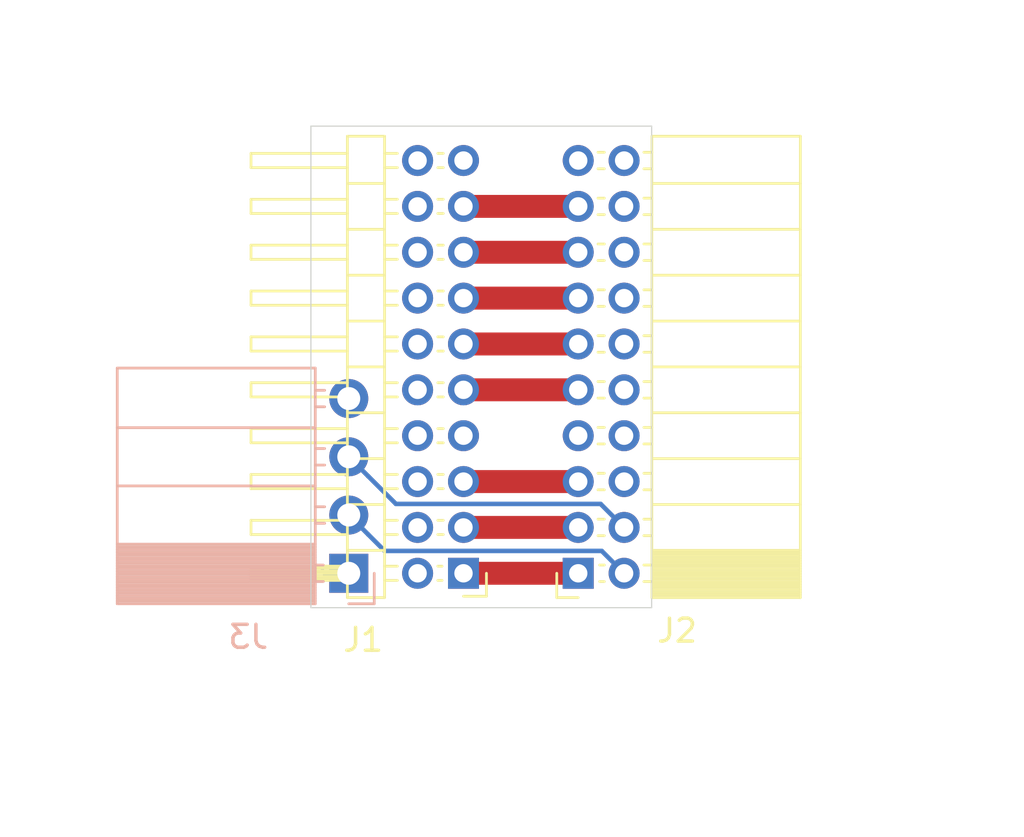
<source format=kicad_pcb>
(kicad_pcb (version 20171130) (host pcbnew 5.1.5+dfsg1-2build2)

  (general
    (thickness 1.6)
    (drawings 4)
    (tracks 18)
    (zones 0)
    (modules 3)
    (nets 27)
  )

  (page A4)
  (layers
    (0 F.Cu signal)
    (1 In1.Cu power)
    (2 In2.Cu power)
    (31 B.Cu signal)
    (32 B.Adhes user)
    (33 F.Adhes user)
    (34 B.Paste user)
    (35 F.Paste user)
    (36 B.SilkS user)
    (37 F.SilkS user)
    (38 B.Mask user)
    (39 F.Mask user)
    (40 Dwgs.User user)
    (41 Cmts.User user)
    (42 Eco1.User user)
    (43 Eco2.User user)
    (44 Edge.Cuts user)
    (45 Margin user)
    (46 B.CrtYd user)
    (47 F.CrtYd user)
    (48 B.Fab user)
    (49 F.Fab user)
  )

  (setup
    (last_trace_width 0.25)
    (user_trace_width 0.2)
    (user_trace_width 1)
    (trace_clearance 0.25)
    (zone_clearance 0.22)
    (zone_45_only no)
    (trace_min 0.2)
    (via_size 0.8)
    (via_drill 0.4)
    (via_min_size 0.4)
    (via_min_drill 0.3)
    (uvia_size 0.3)
    (uvia_drill 0.1)
    (uvias_allowed no)
    (uvia_min_size 0.2)
    (uvia_min_drill 0.1)
    (edge_width 0.05)
    (segment_width 0.2)
    (pcb_text_width 0.3)
    (pcb_text_size 1.5 1.5)
    (mod_edge_width 0.12)
    (mod_text_size 1 1)
    (mod_text_width 0.15)
    (pad_size 1.2 1.2)
    (pad_drill 0.8)
    (pad_to_mask_clearance 0.051)
    (solder_mask_min_width 0.25)
    (aux_axis_origin 0 0)
    (visible_elements FFFFFF7F)
    (pcbplotparams
      (layerselection 0x010fc_ffffffff)
      (usegerberextensions true)
      (usegerberattributes false)
      (usegerberadvancedattributes false)
      (creategerberjobfile false)
      (excludeedgelayer true)
      (linewidth 0.100000)
      (plotframeref false)
      (viasonmask false)
      (mode 1)
      (useauxorigin false)
      (hpglpennumber 1)
      (hpglpenspeed 20)
      (hpglpendiameter 15.000000)
      (psnegative false)
      (psa4output false)
      (plotreference true)
      (plotvalue true)
      (plotinvisibletext false)
      (padsonsilk false)
      (subtractmaskfromsilk true)
      (outputformat 1)
      (mirror false)
      (drillshape 0)
      (scaleselection 1)
      (outputdirectory "plot/"))
  )

  (net 0 "")
  (net 1 ID)
  (net 2 "Net-(J1-Pad2)")
  (net 3 USB1_D+)
  (net 4 "Net-(J1-Pad4)")
  (net 5 USB1_D-)
  (net 6 "Net-(J1-Pad6)")
  (net 7 GND)
  (net 8 "Net-(J1-Pad8)")
  (net 9 USB1_SSTX+)
  (net 10 "Net-(J1-Pad10)")
  (net 11 USB1_SSTX-)
  (net 12 "Net-(J1-Pad12)")
  (net 13 "Net-(J1-Pad14)")
  (net 14 USB1_SSRX+)
  (net 15 "Net-(J1-Pad16)")
  (net 16 USB1_SSRX-)
  (net 17 "Net-(J1-Pad18)")
  (net 18 VBUS)
  (net 19 "Net-(J1-Pad20)")
  (net 20 USB2_D+)
  (net 21 USB2_D-)
  (net 22 "Net-(J2-Pad8)")
  (net 23 "Net-(J2-Pad10)")
  (net 24 "Net-(J2-Pad14)")
  (net 25 "Net-(J2-Pad16)")
  (net 26 "Net-(J2-Pad20)")

  (net_class Default "This is the default net class."
    (clearance 0.25)
    (trace_width 0.25)
    (via_dia 0.8)
    (via_drill 0.4)
    (uvia_dia 0.3)
    (uvia_drill 0.1)
    (add_net GND)
    (add_net ID)
    (add_net "Net-(J1-Pad10)")
    (add_net "Net-(J1-Pad12)")
    (add_net "Net-(J1-Pad14)")
    (add_net "Net-(J1-Pad16)")
    (add_net "Net-(J1-Pad18)")
    (add_net "Net-(J1-Pad2)")
    (add_net "Net-(J1-Pad20)")
    (add_net "Net-(J1-Pad4)")
    (add_net "Net-(J1-Pad6)")
    (add_net "Net-(J1-Pad8)")
    (add_net "Net-(J2-Pad10)")
    (add_net "Net-(J2-Pad14)")
    (add_net "Net-(J2-Pad16)")
    (add_net "Net-(J2-Pad20)")
    (add_net "Net-(J2-Pad8)")
    (add_net USB1_D+)
    (add_net USB1_D-)
    (add_net USB1_SSRX+)
    (add_net USB1_SSRX-)
    (add_net USB1_SSTX+)
    (add_net USB1_SSTX-)
    (add_net USB2_D+)
    (add_net USB2_D-)
    (add_net VBUS)
  )

  (module Connector_PinHeader_2.00mm:PinHeader_2x10_P2.00mm_Horizontal (layer F.Cu) (tedit 59FED667) (tstamp 635E24D2)
    (at 145 100 180)
    (descr "Through hole angled pin header, 2x10, 2.00mm pitch, 4.2mm pin length, double rows")
    (tags "Through hole angled pin header THT 2x10 2.00mm double row")
    (path /636D6898)
    (fp_text reference J1 (at 4.37 -2.9) (layer F.SilkS)
      (effects (font (size 1 1) (thickness 0.15)))
    )
    (fp_text value FPANEL_USB3 (at 4.1 20) (layer F.Fab)
      (effects (font (size 1 1) (thickness 0.15)))
    )
    (fp_line (start 3.875 -1) (end 5 -1) (layer F.Fab) (width 0.1))
    (fp_line (start 5 -1) (end 5 19) (layer F.Fab) (width 0.1))
    (fp_line (start 5 19) (end 3.5 19) (layer F.Fab) (width 0.1))
    (fp_line (start 3.5 19) (end 3.5 -0.625) (layer F.Fab) (width 0.1))
    (fp_line (start 3.5 -0.625) (end 3.875 -1) (layer F.Fab) (width 0.1))
    (fp_line (start -0.25 -0.25) (end 3.5 -0.25) (layer F.Fab) (width 0.1))
    (fp_line (start -0.25 -0.25) (end -0.25 0.25) (layer F.Fab) (width 0.1))
    (fp_line (start -0.25 0.25) (end 3.5 0.25) (layer F.Fab) (width 0.1))
    (fp_line (start 5 -0.25) (end 9.2 -0.25) (layer F.Fab) (width 0.1))
    (fp_line (start 9.2 -0.25) (end 9.2 0.25) (layer F.Fab) (width 0.1))
    (fp_line (start 5 0.25) (end 9.2 0.25) (layer F.Fab) (width 0.1))
    (fp_line (start -0.25 1.75) (end 3.5 1.75) (layer F.Fab) (width 0.1))
    (fp_line (start -0.25 1.75) (end -0.25 2.25) (layer F.Fab) (width 0.1))
    (fp_line (start -0.25 2.25) (end 3.5 2.25) (layer F.Fab) (width 0.1))
    (fp_line (start 5 1.75) (end 9.2 1.75) (layer F.Fab) (width 0.1))
    (fp_line (start 9.2 1.75) (end 9.2 2.25) (layer F.Fab) (width 0.1))
    (fp_line (start 5 2.25) (end 9.2 2.25) (layer F.Fab) (width 0.1))
    (fp_line (start -0.25 3.75) (end 3.5 3.75) (layer F.Fab) (width 0.1))
    (fp_line (start -0.25 3.75) (end -0.25 4.25) (layer F.Fab) (width 0.1))
    (fp_line (start -0.25 4.25) (end 3.5 4.25) (layer F.Fab) (width 0.1))
    (fp_line (start 5 3.75) (end 9.2 3.75) (layer F.Fab) (width 0.1))
    (fp_line (start 9.2 3.75) (end 9.2 4.25) (layer F.Fab) (width 0.1))
    (fp_line (start 5 4.25) (end 9.2 4.25) (layer F.Fab) (width 0.1))
    (fp_line (start -0.25 5.75) (end 3.5 5.75) (layer F.Fab) (width 0.1))
    (fp_line (start -0.25 5.75) (end -0.25 6.25) (layer F.Fab) (width 0.1))
    (fp_line (start -0.25 6.25) (end 3.5 6.25) (layer F.Fab) (width 0.1))
    (fp_line (start 5 5.75) (end 9.2 5.75) (layer F.Fab) (width 0.1))
    (fp_line (start 9.2 5.75) (end 9.2 6.25) (layer F.Fab) (width 0.1))
    (fp_line (start 5 6.25) (end 9.2 6.25) (layer F.Fab) (width 0.1))
    (fp_line (start -0.25 7.75) (end 3.5 7.75) (layer F.Fab) (width 0.1))
    (fp_line (start -0.25 7.75) (end -0.25 8.25) (layer F.Fab) (width 0.1))
    (fp_line (start -0.25 8.25) (end 3.5 8.25) (layer F.Fab) (width 0.1))
    (fp_line (start 5 7.75) (end 9.2 7.75) (layer F.Fab) (width 0.1))
    (fp_line (start 9.2 7.75) (end 9.2 8.25) (layer F.Fab) (width 0.1))
    (fp_line (start 5 8.25) (end 9.2 8.25) (layer F.Fab) (width 0.1))
    (fp_line (start -0.25 9.75) (end 3.5 9.75) (layer F.Fab) (width 0.1))
    (fp_line (start -0.25 9.75) (end -0.25 10.25) (layer F.Fab) (width 0.1))
    (fp_line (start -0.25 10.25) (end 3.5 10.25) (layer F.Fab) (width 0.1))
    (fp_line (start 5 9.75) (end 9.2 9.75) (layer F.Fab) (width 0.1))
    (fp_line (start 9.2 9.75) (end 9.2 10.25) (layer F.Fab) (width 0.1))
    (fp_line (start 5 10.25) (end 9.2 10.25) (layer F.Fab) (width 0.1))
    (fp_line (start -0.25 11.75) (end 3.5 11.75) (layer F.Fab) (width 0.1))
    (fp_line (start -0.25 11.75) (end -0.25 12.25) (layer F.Fab) (width 0.1))
    (fp_line (start -0.25 12.25) (end 3.5 12.25) (layer F.Fab) (width 0.1))
    (fp_line (start 5 11.75) (end 9.2 11.75) (layer F.Fab) (width 0.1))
    (fp_line (start 9.2 11.75) (end 9.2 12.25) (layer F.Fab) (width 0.1))
    (fp_line (start 5 12.25) (end 9.2 12.25) (layer F.Fab) (width 0.1))
    (fp_line (start -0.25 13.75) (end 3.5 13.75) (layer F.Fab) (width 0.1))
    (fp_line (start -0.25 13.75) (end -0.25 14.25) (layer F.Fab) (width 0.1))
    (fp_line (start -0.25 14.25) (end 3.5 14.25) (layer F.Fab) (width 0.1))
    (fp_line (start 5 13.75) (end 9.2 13.75) (layer F.Fab) (width 0.1))
    (fp_line (start 9.2 13.75) (end 9.2 14.25) (layer F.Fab) (width 0.1))
    (fp_line (start 5 14.25) (end 9.2 14.25) (layer F.Fab) (width 0.1))
    (fp_line (start -0.25 15.75) (end 3.5 15.75) (layer F.Fab) (width 0.1))
    (fp_line (start -0.25 15.75) (end -0.25 16.25) (layer F.Fab) (width 0.1))
    (fp_line (start -0.25 16.25) (end 3.5 16.25) (layer F.Fab) (width 0.1))
    (fp_line (start 5 15.75) (end 9.2 15.75) (layer F.Fab) (width 0.1))
    (fp_line (start 9.2 15.75) (end 9.2 16.25) (layer F.Fab) (width 0.1))
    (fp_line (start 5 16.25) (end 9.2 16.25) (layer F.Fab) (width 0.1))
    (fp_line (start -0.25 17.75) (end 3.5 17.75) (layer F.Fab) (width 0.1))
    (fp_line (start -0.25 17.75) (end -0.25 18.25) (layer F.Fab) (width 0.1))
    (fp_line (start -0.25 18.25) (end 3.5 18.25) (layer F.Fab) (width 0.1))
    (fp_line (start 5 17.75) (end 9.2 17.75) (layer F.Fab) (width 0.1))
    (fp_line (start 9.2 17.75) (end 9.2 18.25) (layer F.Fab) (width 0.1))
    (fp_line (start 5 18.25) (end 9.2 18.25) (layer F.Fab) (width 0.1))
    (fp_line (start 3.44 -1.06) (end 3.44 19.06) (layer F.SilkS) (width 0.12))
    (fp_line (start 3.44 19.06) (end 5.06 19.06) (layer F.SilkS) (width 0.12))
    (fp_line (start 5.06 19.06) (end 5.06 -1.06) (layer F.SilkS) (width 0.12))
    (fp_line (start 5.06 -1.06) (end 3.44 -1.06) (layer F.SilkS) (width 0.12))
    (fp_line (start 5.06 -0.31) (end 9.26 -0.31) (layer F.SilkS) (width 0.12))
    (fp_line (start 9.26 -0.31) (end 9.26 0.31) (layer F.SilkS) (width 0.12))
    (fp_line (start 9.26 0.31) (end 5.06 0.31) (layer F.SilkS) (width 0.12))
    (fp_line (start 5.06 -0.25) (end 9.26 -0.25) (layer F.SilkS) (width 0.12))
    (fp_line (start 5.06 -0.13) (end 9.26 -0.13) (layer F.SilkS) (width 0.12))
    (fp_line (start 5.06 -0.01) (end 9.26 -0.01) (layer F.SilkS) (width 0.12))
    (fp_line (start 5.06 0.11) (end 9.26 0.11) (layer F.SilkS) (width 0.12))
    (fp_line (start 5.06 0.23) (end 9.26 0.23) (layer F.SilkS) (width 0.12))
    (fp_line (start 2.882114 -0.31) (end 3.44 -0.31) (layer F.SilkS) (width 0.12))
    (fp_line (start 2.882114 0.31) (end 3.44 0.31) (layer F.SilkS) (width 0.12))
    (fp_line (start 0.935 -0.31) (end 1.117886 -0.31) (layer F.SilkS) (width 0.12))
    (fp_line (start 0.935 0.31) (end 1.117886 0.31) (layer F.SilkS) (width 0.12))
    (fp_line (start 3.44 1) (end 5.06 1) (layer F.SilkS) (width 0.12))
    (fp_line (start 5.06 1.69) (end 9.26 1.69) (layer F.SilkS) (width 0.12))
    (fp_line (start 9.26 1.69) (end 9.26 2.31) (layer F.SilkS) (width 0.12))
    (fp_line (start 9.26 2.31) (end 5.06 2.31) (layer F.SilkS) (width 0.12))
    (fp_line (start 2.882114 1.69) (end 3.44 1.69) (layer F.SilkS) (width 0.12))
    (fp_line (start 2.882114 2.31) (end 3.44 2.31) (layer F.SilkS) (width 0.12))
    (fp_line (start 0.882114 1.69) (end 1.117886 1.69) (layer F.SilkS) (width 0.12))
    (fp_line (start 0.882114 2.31) (end 1.117886 2.31) (layer F.SilkS) (width 0.12))
    (fp_line (start 3.44 3) (end 5.06 3) (layer F.SilkS) (width 0.12))
    (fp_line (start 5.06 3.69) (end 9.26 3.69) (layer F.SilkS) (width 0.12))
    (fp_line (start 9.26 3.69) (end 9.26 4.31) (layer F.SilkS) (width 0.12))
    (fp_line (start 9.26 4.31) (end 5.06 4.31) (layer F.SilkS) (width 0.12))
    (fp_line (start 2.882114 3.69) (end 3.44 3.69) (layer F.SilkS) (width 0.12))
    (fp_line (start 2.882114 4.31) (end 3.44 4.31) (layer F.SilkS) (width 0.12))
    (fp_line (start 0.882114 3.69) (end 1.117886 3.69) (layer F.SilkS) (width 0.12))
    (fp_line (start 0.882114 4.31) (end 1.117886 4.31) (layer F.SilkS) (width 0.12))
    (fp_line (start 3.44 5) (end 5.06 5) (layer F.SilkS) (width 0.12))
    (fp_line (start 5.06 5.69) (end 9.26 5.69) (layer F.SilkS) (width 0.12))
    (fp_line (start 9.26 5.69) (end 9.26 6.31) (layer F.SilkS) (width 0.12))
    (fp_line (start 9.26 6.31) (end 5.06 6.31) (layer F.SilkS) (width 0.12))
    (fp_line (start 2.882114 5.69) (end 3.44 5.69) (layer F.SilkS) (width 0.12))
    (fp_line (start 2.882114 6.31) (end 3.44 6.31) (layer F.SilkS) (width 0.12))
    (fp_line (start 0.882114 5.69) (end 1.117886 5.69) (layer F.SilkS) (width 0.12))
    (fp_line (start 0.882114 6.31) (end 1.117886 6.31) (layer F.SilkS) (width 0.12))
    (fp_line (start 3.44 7) (end 5.06 7) (layer F.SilkS) (width 0.12))
    (fp_line (start 5.06 7.69) (end 9.26 7.69) (layer F.SilkS) (width 0.12))
    (fp_line (start 9.26 7.69) (end 9.26 8.31) (layer F.SilkS) (width 0.12))
    (fp_line (start 9.26 8.31) (end 5.06 8.31) (layer F.SilkS) (width 0.12))
    (fp_line (start 2.882114 7.69) (end 3.44 7.69) (layer F.SilkS) (width 0.12))
    (fp_line (start 2.882114 8.31) (end 3.44 8.31) (layer F.SilkS) (width 0.12))
    (fp_line (start 0.882114 7.69) (end 1.117886 7.69) (layer F.SilkS) (width 0.12))
    (fp_line (start 0.882114 8.31) (end 1.117886 8.31) (layer F.SilkS) (width 0.12))
    (fp_line (start 3.44 9) (end 5.06 9) (layer F.SilkS) (width 0.12))
    (fp_line (start 5.06 9.69) (end 9.26 9.69) (layer F.SilkS) (width 0.12))
    (fp_line (start 9.26 9.69) (end 9.26 10.31) (layer F.SilkS) (width 0.12))
    (fp_line (start 9.26 10.31) (end 5.06 10.31) (layer F.SilkS) (width 0.12))
    (fp_line (start 2.882114 9.69) (end 3.44 9.69) (layer F.SilkS) (width 0.12))
    (fp_line (start 2.882114 10.31) (end 3.44 10.31) (layer F.SilkS) (width 0.12))
    (fp_line (start 0.882114 9.69) (end 1.117886 9.69) (layer F.SilkS) (width 0.12))
    (fp_line (start 0.882114 10.31) (end 1.117886 10.31) (layer F.SilkS) (width 0.12))
    (fp_line (start 3.44 11) (end 5.06 11) (layer F.SilkS) (width 0.12))
    (fp_line (start 5.06 11.69) (end 9.26 11.69) (layer F.SilkS) (width 0.12))
    (fp_line (start 9.26 11.69) (end 9.26 12.31) (layer F.SilkS) (width 0.12))
    (fp_line (start 9.26 12.31) (end 5.06 12.31) (layer F.SilkS) (width 0.12))
    (fp_line (start 2.882114 11.69) (end 3.44 11.69) (layer F.SilkS) (width 0.12))
    (fp_line (start 2.882114 12.31) (end 3.44 12.31) (layer F.SilkS) (width 0.12))
    (fp_line (start 0.882114 11.69) (end 1.117886 11.69) (layer F.SilkS) (width 0.12))
    (fp_line (start 0.882114 12.31) (end 1.117886 12.31) (layer F.SilkS) (width 0.12))
    (fp_line (start 3.44 13) (end 5.06 13) (layer F.SilkS) (width 0.12))
    (fp_line (start 5.06 13.69) (end 9.26 13.69) (layer F.SilkS) (width 0.12))
    (fp_line (start 9.26 13.69) (end 9.26 14.31) (layer F.SilkS) (width 0.12))
    (fp_line (start 9.26 14.31) (end 5.06 14.31) (layer F.SilkS) (width 0.12))
    (fp_line (start 2.882114 13.69) (end 3.44 13.69) (layer F.SilkS) (width 0.12))
    (fp_line (start 2.882114 14.31) (end 3.44 14.31) (layer F.SilkS) (width 0.12))
    (fp_line (start 0.882114 13.69) (end 1.117886 13.69) (layer F.SilkS) (width 0.12))
    (fp_line (start 0.882114 14.31) (end 1.117886 14.31) (layer F.SilkS) (width 0.12))
    (fp_line (start 3.44 15) (end 5.06 15) (layer F.SilkS) (width 0.12))
    (fp_line (start 5.06 15.69) (end 9.26 15.69) (layer F.SilkS) (width 0.12))
    (fp_line (start 9.26 15.69) (end 9.26 16.31) (layer F.SilkS) (width 0.12))
    (fp_line (start 9.26 16.31) (end 5.06 16.31) (layer F.SilkS) (width 0.12))
    (fp_line (start 2.882114 15.69) (end 3.44 15.69) (layer F.SilkS) (width 0.12))
    (fp_line (start 2.882114 16.31) (end 3.44 16.31) (layer F.SilkS) (width 0.12))
    (fp_line (start 0.882114 15.69) (end 1.117886 15.69) (layer F.SilkS) (width 0.12))
    (fp_line (start 0.882114 16.31) (end 1.117886 16.31) (layer F.SilkS) (width 0.12))
    (fp_line (start 3.44 17) (end 5.06 17) (layer F.SilkS) (width 0.12))
    (fp_line (start 5.06 17.69) (end 9.26 17.69) (layer F.SilkS) (width 0.12))
    (fp_line (start 9.26 17.69) (end 9.26 18.31) (layer F.SilkS) (width 0.12))
    (fp_line (start 9.26 18.31) (end 5.06 18.31) (layer F.SilkS) (width 0.12))
    (fp_line (start 2.882114 17.69) (end 3.44 17.69) (layer F.SilkS) (width 0.12))
    (fp_line (start 2.882114 18.31) (end 3.44 18.31) (layer F.SilkS) (width 0.12))
    (fp_line (start 0.882114 17.69) (end 1.117886 17.69) (layer F.SilkS) (width 0.12))
    (fp_line (start 0.882114 18.31) (end 1.117886 18.31) (layer F.SilkS) (width 0.12))
    (fp_line (start -1 0) (end -1 -1) (layer F.SilkS) (width 0.12))
    (fp_line (start -1 -1) (end 0 -1) (layer F.SilkS) (width 0.12))
    (fp_line (start -1.5 -1.5) (end -1.5 19.5) (layer F.CrtYd) (width 0.05))
    (fp_line (start -1.5 19.5) (end 9.7 19.5) (layer F.CrtYd) (width 0.05))
    (fp_line (start 9.7 19.5) (end 9.7 -1.5) (layer F.CrtYd) (width 0.05))
    (fp_line (start 9.7 -1.5) (end -1.5 -1.5) (layer F.CrtYd) (width 0.05))
    (fp_text user %R (at 4.25 9 90) (layer F.Fab)
      (effects (font (size 0.9 0.9) (thickness 0.135)))
    )
    (pad 1 thru_hole rect (at 0 0 180) (size 1.35 1.35) (drill 0.8) (layers *.Cu *.Mask)
      (net 1 ID))
    (pad 2 thru_hole oval (at 2 0 180) (size 1.35 1.35) (drill 0.8) (layers *.Cu *.Mask)
      (net 2 "Net-(J1-Pad2)"))
    (pad 3 thru_hole oval (at 0 2 180) (size 1.35 1.35) (drill 0.8) (layers *.Cu *.Mask)
      (net 3 USB1_D+))
    (pad 4 thru_hole oval (at 2 2 180) (size 1.35 1.35) (drill 0.8) (layers *.Cu *.Mask)
      (net 4 "Net-(J1-Pad4)"))
    (pad 5 thru_hole oval (at 0 4 180) (size 1.35 1.35) (drill 0.8) (layers *.Cu *.Mask)
      (net 5 USB1_D-))
    (pad 6 thru_hole oval (at 2 4 180) (size 1.35 1.35) (drill 0.8) (layers *.Cu *.Mask)
      (net 6 "Net-(J1-Pad6)"))
    (pad 7 thru_hole oval (at 0 6 180) (size 1.35 1.35) (drill 0.8) (layers *.Cu *.Mask)
      (net 7 GND))
    (pad 8 thru_hole oval (at 2 6 180) (size 1.35 1.35) (drill 0.8) (layers *.Cu *.Mask)
      (net 8 "Net-(J1-Pad8)"))
    (pad 9 thru_hole oval (at 0 8 180) (size 1.35 1.35) (drill 0.8) (layers *.Cu *.Mask)
      (net 9 USB1_SSTX+))
    (pad 10 thru_hole oval (at 2 8 180) (size 1.35 1.35) (drill 0.8) (layers *.Cu *.Mask)
      (net 10 "Net-(J1-Pad10)"))
    (pad 11 thru_hole oval (at 0 10 180) (size 1.35 1.35) (drill 0.8) (layers *.Cu *.Mask)
      (net 11 USB1_SSTX-))
    (pad 12 thru_hole oval (at 2 10 180) (size 1.35 1.35) (drill 0.8) (layers *.Cu *.Mask)
      (net 12 "Net-(J1-Pad12)"))
    (pad 13 thru_hole oval (at 0 12 180) (size 1.35 1.35) (drill 0.8) (layers *.Cu *.Mask)
      (net 7 GND))
    (pad 14 thru_hole oval (at 2 12 180) (size 1.35 1.35) (drill 0.8) (layers *.Cu *.Mask)
      (net 13 "Net-(J1-Pad14)"))
    (pad 15 thru_hole oval (at 0 14 180) (size 1.35 1.35) (drill 0.8) (layers *.Cu *.Mask)
      (net 14 USB1_SSRX+))
    (pad 16 thru_hole oval (at 2 14 180) (size 1.35 1.35) (drill 0.8) (layers *.Cu *.Mask)
      (net 15 "Net-(J1-Pad16)"))
    (pad 17 thru_hole oval (at 0 16 180) (size 1.35 1.35) (drill 0.8) (layers *.Cu *.Mask)
      (net 16 USB1_SSRX-))
    (pad 18 thru_hole oval (at 2 16 180) (size 1.35 1.35) (drill 0.8) (layers *.Cu *.Mask)
      (net 17 "Net-(J1-Pad18)"))
    (pad 19 thru_hole oval (at 0 18 180) (size 1.35 1.35) (drill 0.8) (layers *.Cu *.Mask)
      (net 18 VBUS))
    (pad 20 thru_hole oval (at 2 18 180) (size 1.35 1.35) (drill 0.8) (layers *.Cu *.Mask)
      (net 19 "Net-(J1-Pad20)"))
    (model ${KISYS3DMOD}/Connector_PinHeader_2.00mm.3dshapes/PinHeader_2x10_P2.00mm_Horizontal.wrl
      (at (xyz 0 0 0))
      (scale (xyz 1 1 1))
      (rotate (xyz 0 0 0))
    )
  )

  (module Connector_PinSocket_2.00mm:PinSocket_2x10_P2.00mm_Horizontal (layer F.Cu) (tedit 5A19A421) (tstamp 635E31F0)
    (at 150 100 180)
    (descr "Through hole angled socket strip, 2x10, 2.00mm pitch, 6.35mm socket length, double cols (from Kicad 4.0.7), script generated")
    (tags "Through hole angled socket strip THT 2x10 2.00mm double row")
    (path /636D5411)
    (fp_text reference J2 (at -4.31 -2.5) (layer F.SilkS)
      (effects (font (size 1 1) (thickness 0.15)))
    )
    (fp_text value MOTHERBOARD (at -11.3 9.5 90) (layer F.Fab)
      (effects (font (size 1 1) (thickness 0.15)))
    )
    (fp_line (start -9.62 -1) (end -3.97 -1) (layer F.Fab) (width 0.1))
    (fp_line (start -3.97 -1) (end -3.27 -0.3) (layer F.Fab) (width 0.1))
    (fp_line (start -3.27 -0.3) (end -3.27 19) (layer F.Fab) (width 0.1))
    (fp_line (start -3.27 19) (end -9.62 19) (layer F.Fab) (width 0.1))
    (fp_line (start -9.62 19) (end -9.62 -1) (layer F.Fab) (width 0.1))
    (fp_line (start 0 -0.3) (end -3.27 -0.3) (layer F.Fab) (width 0.1))
    (fp_line (start -3.27 0.3) (end 0 0.3) (layer F.Fab) (width 0.1))
    (fp_line (start 0 0.3) (end 0 -0.3) (layer F.Fab) (width 0.1))
    (fp_line (start 0 1.7) (end -3.27 1.7) (layer F.Fab) (width 0.1))
    (fp_line (start -3.27 2.3) (end 0 2.3) (layer F.Fab) (width 0.1))
    (fp_line (start 0 2.3) (end 0 1.7) (layer F.Fab) (width 0.1))
    (fp_line (start 0 3.7) (end -3.27 3.7) (layer F.Fab) (width 0.1))
    (fp_line (start -3.27 4.3) (end 0 4.3) (layer F.Fab) (width 0.1))
    (fp_line (start 0 4.3) (end 0 3.7) (layer F.Fab) (width 0.1))
    (fp_line (start 0 5.7) (end -3.27 5.7) (layer F.Fab) (width 0.1))
    (fp_line (start -3.27 6.3) (end 0 6.3) (layer F.Fab) (width 0.1))
    (fp_line (start 0 6.3) (end 0 5.7) (layer F.Fab) (width 0.1))
    (fp_line (start 0 7.7) (end -3.27 7.7) (layer F.Fab) (width 0.1))
    (fp_line (start -3.27 8.3) (end 0 8.3) (layer F.Fab) (width 0.1))
    (fp_line (start 0 8.3) (end 0 7.7) (layer F.Fab) (width 0.1))
    (fp_line (start 0 9.7) (end -3.27 9.7) (layer F.Fab) (width 0.1))
    (fp_line (start -3.27 10.3) (end 0 10.3) (layer F.Fab) (width 0.1))
    (fp_line (start 0 10.3) (end 0 9.7) (layer F.Fab) (width 0.1))
    (fp_line (start 0 11.7) (end -3.27 11.7) (layer F.Fab) (width 0.1))
    (fp_line (start -3.27 12.3) (end 0 12.3) (layer F.Fab) (width 0.1))
    (fp_line (start 0 12.3) (end 0 11.7) (layer F.Fab) (width 0.1))
    (fp_line (start 0 13.7) (end -3.27 13.7) (layer F.Fab) (width 0.1))
    (fp_line (start -3.27 14.3) (end 0 14.3) (layer F.Fab) (width 0.1))
    (fp_line (start 0 14.3) (end 0 13.7) (layer F.Fab) (width 0.1))
    (fp_line (start 0 15.7) (end -3.27 15.7) (layer F.Fab) (width 0.1))
    (fp_line (start -3.27 16.3) (end 0 16.3) (layer F.Fab) (width 0.1))
    (fp_line (start 0 16.3) (end 0 15.7) (layer F.Fab) (width 0.1))
    (fp_line (start 0 17.7) (end -3.27 17.7) (layer F.Fab) (width 0.1))
    (fp_line (start -3.27 18.3) (end 0 18.3) (layer F.Fab) (width 0.1))
    (fp_line (start 0 18.3) (end 0 17.7) (layer F.Fab) (width 0.1))
    (fp_line (start -9.68 -0.94) (end -3.21 -0.94) (layer F.SilkS) (width 0.12))
    (fp_line (start -9.68 -0.825882) (end -3.21 -0.825882) (layer F.SilkS) (width 0.12))
    (fp_line (start -9.68 -0.711764) (end -3.21 -0.711764) (layer F.SilkS) (width 0.12))
    (fp_line (start -9.68 -0.597646) (end -3.21 -0.597646) (layer F.SilkS) (width 0.12))
    (fp_line (start -9.68 -0.483528) (end -3.21 -0.483528) (layer F.SilkS) (width 0.12))
    (fp_line (start -9.68 -0.36941) (end -3.21 -0.36941) (layer F.SilkS) (width 0.12))
    (fp_line (start -9.68 -0.255292) (end -3.21 -0.255292) (layer F.SilkS) (width 0.12))
    (fp_line (start -9.68 -0.141174) (end -3.21 -0.141174) (layer F.SilkS) (width 0.12))
    (fp_line (start -9.68 -0.027056) (end -3.21 -0.027056) (layer F.SilkS) (width 0.12))
    (fp_line (start -9.68 0.087062) (end -3.21 0.087062) (layer F.SilkS) (width 0.12))
    (fp_line (start -9.68 0.20118) (end -3.21 0.20118) (layer F.SilkS) (width 0.12))
    (fp_line (start -9.68 0.315298) (end -3.21 0.315298) (layer F.SilkS) (width 0.12))
    (fp_line (start -9.68 0.429416) (end -3.21 0.429416) (layer F.SilkS) (width 0.12))
    (fp_line (start -9.68 0.543534) (end -3.21 0.543534) (layer F.SilkS) (width 0.12))
    (fp_line (start -9.68 0.657652) (end -3.21 0.657652) (layer F.SilkS) (width 0.12))
    (fp_line (start -9.68 0.77177) (end -3.21 0.77177) (layer F.SilkS) (width 0.12))
    (fp_line (start -9.68 0.885888) (end -3.21 0.885888) (layer F.SilkS) (width 0.12))
    (fp_line (start -3.21 -0.36) (end -2.862917 -0.36) (layer F.SilkS) (width 0.12))
    (fp_line (start -1.137083 -0.36) (end -0.935 -0.36) (layer F.SilkS) (width 0.12))
    (fp_line (start -3.21 0.36) (end -2.862917 0.36) (layer F.SilkS) (width 0.12))
    (fp_line (start -1.137083 0.36) (end -0.935 0.36) (layer F.SilkS) (width 0.12))
    (fp_line (start -3.21 1.64) (end -2.862917 1.64) (layer F.SilkS) (width 0.12))
    (fp_line (start -1.137083 1.64) (end -0.862917 1.64) (layer F.SilkS) (width 0.12))
    (fp_line (start -3.21 2.36) (end -2.862917 2.36) (layer F.SilkS) (width 0.12))
    (fp_line (start -1.137083 2.36) (end -0.862917 2.36) (layer F.SilkS) (width 0.12))
    (fp_line (start -3.21 3.64) (end -2.862917 3.64) (layer F.SilkS) (width 0.12))
    (fp_line (start -1.137083 3.64) (end -0.862917 3.64) (layer F.SilkS) (width 0.12))
    (fp_line (start -3.21 4.36) (end -2.862917 4.36) (layer F.SilkS) (width 0.12))
    (fp_line (start -1.137083 4.36) (end -0.862917 4.36) (layer F.SilkS) (width 0.12))
    (fp_line (start -3.21 5.64) (end -2.862917 5.64) (layer F.SilkS) (width 0.12))
    (fp_line (start -1.137083 5.64) (end -0.862917 5.64) (layer F.SilkS) (width 0.12))
    (fp_line (start -3.21 6.36) (end -2.862917 6.36) (layer F.SilkS) (width 0.12))
    (fp_line (start -1.137083 6.36) (end -0.862917 6.36) (layer F.SilkS) (width 0.12))
    (fp_line (start -3.21 7.64) (end -2.862917 7.64) (layer F.SilkS) (width 0.12))
    (fp_line (start -1.137083 7.64) (end -0.862917 7.64) (layer F.SilkS) (width 0.12))
    (fp_line (start -3.21 8.36) (end -2.862917 8.36) (layer F.SilkS) (width 0.12))
    (fp_line (start -1.137083 8.36) (end -0.862917 8.36) (layer F.SilkS) (width 0.12))
    (fp_line (start -3.21 9.64) (end -2.862917 9.64) (layer F.SilkS) (width 0.12))
    (fp_line (start -1.137083 9.64) (end -0.862917 9.64) (layer F.SilkS) (width 0.12))
    (fp_line (start -3.21 10.36) (end -2.862917 10.36) (layer F.SilkS) (width 0.12))
    (fp_line (start -1.137083 10.36) (end -0.862917 10.36) (layer F.SilkS) (width 0.12))
    (fp_line (start -3.21 11.64) (end -2.862917 11.64) (layer F.SilkS) (width 0.12))
    (fp_line (start -1.137083 11.64) (end -0.862917 11.64) (layer F.SilkS) (width 0.12))
    (fp_line (start -3.21 12.36) (end -2.862917 12.36) (layer F.SilkS) (width 0.12))
    (fp_line (start -1.137083 12.36) (end -0.862917 12.36) (layer F.SilkS) (width 0.12))
    (fp_line (start -3.21 13.64) (end -2.862917 13.64) (layer F.SilkS) (width 0.12))
    (fp_line (start -1.137083 13.64) (end -0.862917 13.64) (layer F.SilkS) (width 0.12))
    (fp_line (start -3.21 14.36) (end -2.862917 14.36) (layer F.SilkS) (width 0.12))
    (fp_line (start -1.137083 14.36) (end -0.862917 14.36) (layer F.SilkS) (width 0.12))
    (fp_line (start -3.21 15.64) (end -2.862917 15.64) (layer F.SilkS) (width 0.12))
    (fp_line (start -1.137083 15.64) (end -0.862917 15.64) (layer F.SilkS) (width 0.12))
    (fp_line (start -3.21 16.36) (end -2.862917 16.36) (layer F.SilkS) (width 0.12))
    (fp_line (start -1.137083 16.36) (end -0.862917 16.36) (layer F.SilkS) (width 0.12))
    (fp_line (start -3.21 17.64) (end -2.862917 17.64) (layer F.SilkS) (width 0.12))
    (fp_line (start -1.137083 17.64) (end -0.862917 17.64) (layer F.SilkS) (width 0.12))
    (fp_line (start -3.21 18.36) (end -2.862917 18.36) (layer F.SilkS) (width 0.12))
    (fp_line (start -1.137083 18.36) (end -0.862917 18.36) (layer F.SilkS) (width 0.12))
    (fp_line (start -9.68 1) (end -3.21 1) (layer F.SilkS) (width 0.12))
    (fp_line (start -9.68 3) (end -3.21 3) (layer F.SilkS) (width 0.12))
    (fp_line (start -9.68 5) (end -3.21 5) (layer F.SilkS) (width 0.12))
    (fp_line (start -9.68 7) (end -3.21 7) (layer F.SilkS) (width 0.12))
    (fp_line (start -9.68 9) (end -3.21 9) (layer F.SilkS) (width 0.12))
    (fp_line (start -9.68 11) (end -3.21 11) (layer F.SilkS) (width 0.12))
    (fp_line (start -9.68 13) (end -3.21 13) (layer F.SilkS) (width 0.12))
    (fp_line (start -9.68 15) (end -3.21 15) (layer F.SilkS) (width 0.12))
    (fp_line (start -9.68 17) (end -3.21 17) (layer F.SilkS) (width 0.12))
    (fp_line (start -9.68 -1.06) (end -3.21 -1.06) (layer F.SilkS) (width 0.12))
    (fp_line (start -3.21 -1.06) (end -3.21 19.06) (layer F.SilkS) (width 0.12))
    (fp_line (start -9.68 19.06) (end -3.21 19.06) (layer F.SilkS) (width 0.12))
    (fp_line (start -9.68 -1.06) (end -9.68 19.06) (layer F.SilkS) (width 0.12))
    (fp_line (start 0.935 -1.06) (end 0.935 0) (layer F.SilkS) (width 0.12))
    (fp_line (start 0 -1.06) (end 0.935 -1.06) (layer F.SilkS) (width 0.12))
    (fp_line (start 1.5 -1.5) (end -10.15 -1.5) (layer F.CrtYd) (width 0.05))
    (fp_line (start -10.15 -1.5) (end -10.15 19.5) (layer F.CrtYd) (width 0.05))
    (fp_line (start -10.15 19.5) (end 1.5 19.5) (layer F.CrtYd) (width 0.05))
    (fp_line (start 1.5 19.5) (end 1.5 -1.5) (layer F.CrtYd) (width 0.05))
    (fp_text user %R (at -6.445 9 90) (layer F.Fab)
      (effects (font (size 1 1) (thickness 0.15)))
    )
    (pad 1 thru_hole rect (at 0 0 180) (size 1.35 1.35) (drill 0.8) (layers *.Cu *.Mask)
      (net 1 ID))
    (pad 2 thru_hole oval (at -2 0 180) (size 1.35 1.35) (drill 0.8) (layers *.Cu *.Mask)
      (net 20 USB2_D+))
    (pad 3 thru_hole oval (at 0 2 180) (size 1.35 1.35) (drill 0.8) (layers *.Cu *.Mask)
      (net 3 USB1_D+))
    (pad 4 thru_hole oval (at -2 2 180) (size 1.35 1.35) (drill 0.8) (layers *.Cu *.Mask)
      (net 21 USB2_D-))
    (pad 5 thru_hole oval (at 0 4 180) (size 1.35 1.35) (drill 0.8) (layers *.Cu *.Mask)
      (net 5 USB1_D-))
    (pad 6 thru_hole oval (at -2 4 180) (size 1.35 1.35) (drill 0.8) (layers *.Cu *.Mask)
      (net 7 GND))
    (pad 7 thru_hole oval (at 0 6 180) (size 1.35 1.35) (drill 0.8) (layers *.Cu *.Mask)
      (net 7 GND))
    (pad 8 thru_hole oval (at -2 6 180) (size 1.35 1.35) (drill 0.8) (layers *.Cu *.Mask)
      (net 22 "Net-(J2-Pad8)"))
    (pad 9 thru_hole oval (at 0 8 180) (size 1.35 1.35) (drill 0.8) (layers *.Cu *.Mask)
      (net 9 USB1_SSTX+))
    (pad 10 thru_hole oval (at -2 8 180) (size 1.35 1.35) (drill 0.8) (layers *.Cu *.Mask)
      (net 23 "Net-(J2-Pad10)"))
    (pad 11 thru_hole oval (at 0 10 180) (size 1.35 1.35) (drill 0.8) (layers *.Cu *.Mask)
      (net 11 USB1_SSTX-))
    (pad 12 thru_hole oval (at -2 10 180) (size 1.35 1.35) (drill 0.8) (layers *.Cu *.Mask)
      (net 7 GND))
    (pad 13 thru_hole oval (at 0 12 180) (size 1.35 1.35) (drill 0.8) (layers *.Cu *.Mask)
      (net 7 GND))
    (pad 14 thru_hole oval (at -2 12 180) (size 1.35 1.35) (drill 0.8) (layers *.Cu *.Mask)
      (net 24 "Net-(J2-Pad14)"))
    (pad 15 thru_hole oval (at 0 14 180) (size 1.35 1.35) (drill 0.8) (layers *.Cu *.Mask)
      (net 14 USB1_SSRX+))
    (pad 16 thru_hole oval (at -2 14 180) (size 1.35 1.35) (drill 0.8) (layers *.Cu *.Mask)
      (net 25 "Net-(J2-Pad16)"))
    (pad 17 thru_hole oval (at 0 16 180) (size 1.35 1.35) (drill 0.8) (layers *.Cu *.Mask)
      (net 16 USB1_SSRX-))
    (pad 18 thru_hole oval (at -2 16 180) (size 1.35 1.35) (drill 0.8) (layers *.Cu *.Mask)
      (net 18 VBUS))
    (pad 19 thru_hole oval (at 0 18 180) (size 1.35 1.35) (drill 0.8) (layers *.Cu *.Mask)
      (net 18 VBUS))
    (pad 20 thru_hole oval (at -2 18 180) (size 1.35 1.35) (drill 0.8) (layers *.Cu *.Mask)
      (net 26 "Net-(J2-Pad20)"))
    (model ${KISYS3DMOD}/Connector_PinSocket_2.00mm.3dshapes/PinSocket_2x10_P2.00mm_Horizontal.wrl
      (at (xyz 0 0 0))
      (scale (xyz 1 1 1))
      (rotate (xyz 0 0 0))
    )
  )

  (module Connector_PinSocket_2.54mm:PinSocket_1x04_P2.54mm_Horizontal (layer B.Cu) (tedit 5A19A424) (tstamp 635DF8D7)
    (at 140 100)
    (descr "Through hole angled socket strip, 1x04, 2.54mm pitch, 8.51mm socket length, single row (from Kicad 4.0.7), script generated")
    (tags "Through hole angled socket strip THT 1x04 2.54mm single row")
    (path /635E26B1)
    (fp_text reference J3 (at -4.38 2.77) (layer B.SilkS)
      (effects (font (size 1 1) (thickness 0.15)) (justify mirror))
    )
    (fp_text value FPANEL_USB2 (at -4.38 -10.39) (layer B.Fab)
      (effects (font (size 1 1) (thickness 0.15)) (justify mirror))
    )
    (fp_line (start -10.03 1.27) (end -2.49 1.27) (layer B.Fab) (width 0.1))
    (fp_line (start -2.49 1.27) (end -1.52 0.3) (layer B.Fab) (width 0.1))
    (fp_line (start -1.52 0.3) (end -1.52 -8.89) (layer B.Fab) (width 0.1))
    (fp_line (start -1.52 -8.89) (end -10.03 -8.89) (layer B.Fab) (width 0.1))
    (fp_line (start -10.03 -8.89) (end -10.03 1.27) (layer B.Fab) (width 0.1))
    (fp_line (start 0 0.3) (end -1.52 0.3) (layer B.Fab) (width 0.1))
    (fp_line (start -1.52 -0.3) (end 0 -0.3) (layer B.Fab) (width 0.1))
    (fp_line (start 0 -0.3) (end 0 0.3) (layer B.Fab) (width 0.1))
    (fp_line (start 0 -2.24) (end -1.52 -2.24) (layer B.Fab) (width 0.1))
    (fp_line (start -1.52 -2.84) (end 0 -2.84) (layer B.Fab) (width 0.1))
    (fp_line (start 0 -2.84) (end 0 -2.24) (layer B.Fab) (width 0.1))
    (fp_line (start 0 -4.78) (end -1.52 -4.78) (layer B.Fab) (width 0.1))
    (fp_line (start -1.52 -5.38) (end 0 -5.38) (layer B.Fab) (width 0.1))
    (fp_line (start 0 -5.38) (end 0 -4.78) (layer B.Fab) (width 0.1))
    (fp_line (start 0 -7.32) (end -1.52 -7.32) (layer B.Fab) (width 0.1))
    (fp_line (start -1.52 -7.92) (end 0 -7.92) (layer B.Fab) (width 0.1))
    (fp_line (start 0 -7.92) (end 0 -7.32) (layer B.Fab) (width 0.1))
    (fp_line (start -10.09 1.21) (end -1.46 1.21) (layer B.SilkS) (width 0.12))
    (fp_line (start -10.09 1.091905) (end -1.46 1.091905) (layer B.SilkS) (width 0.12))
    (fp_line (start -10.09 0.97381) (end -1.46 0.97381) (layer B.SilkS) (width 0.12))
    (fp_line (start -10.09 0.855715) (end -1.46 0.855715) (layer B.SilkS) (width 0.12))
    (fp_line (start -10.09 0.73762) (end -1.46 0.73762) (layer B.SilkS) (width 0.12))
    (fp_line (start -10.09 0.619525) (end -1.46 0.619525) (layer B.SilkS) (width 0.12))
    (fp_line (start -10.09 0.50143) (end -1.46 0.50143) (layer B.SilkS) (width 0.12))
    (fp_line (start -10.09 0.383335) (end -1.46 0.383335) (layer B.SilkS) (width 0.12))
    (fp_line (start -10.09 0.26524) (end -1.46 0.26524) (layer B.SilkS) (width 0.12))
    (fp_line (start -10.09 0.147145) (end -1.46 0.147145) (layer B.SilkS) (width 0.12))
    (fp_line (start -10.09 0.02905) (end -1.46 0.02905) (layer B.SilkS) (width 0.12))
    (fp_line (start -10.09 -0.089045) (end -1.46 -0.089045) (layer B.SilkS) (width 0.12))
    (fp_line (start -10.09 -0.20714) (end -1.46 -0.20714) (layer B.SilkS) (width 0.12))
    (fp_line (start -10.09 -0.325235) (end -1.46 -0.325235) (layer B.SilkS) (width 0.12))
    (fp_line (start -10.09 -0.44333) (end -1.46 -0.44333) (layer B.SilkS) (width 0.12))
    (fp_line (start -10.09 -0.561425) (end -1.46 -0.561425) (layer B.SilkS) (width 0.12))
    (fp_line (start -10.09 -0.67952) (end -1.46 -0.67952) (layer B.SilkS) (width 0.12))
    (fp_line (start -10.09 -0.797615) (end -1.46 -0.797615) (layer B.SilkS) (width 0.12))
    (fp_line (start -10.09 -0.91571) (end -1.46 -0.91571) (layer B.SilkS) (width 0.12))
    (fp_line (start -10.09 -1.033805) (end -1.46 -1.033805) (layer B.SilkS) (width 0.12))
    (fp_line (start -10.09 -1.1519) (end -1.46 -1.1519) (layer B.SilkS) (width 0.12))
    (fp_line (start -1.46 0.36) (end -1.11 0.36) (layer B.SilkS) (width 0.12))
    (fp_line (start -1.46 -0.36) (end -1.11 -0.36) (layer B.SilkS) (width 0.12))
    (fp_line (start -1.46 -2.18) (end -1.05 -2.18) (layer B.SilkS) (width 0.12))
    (fp_line (start -1.46 -2.9) (end -1.05 -2.9) (layer B.SilkS) (width 0.12))
    (fp_line (start -1.46 -4.72) (end -1.05 -4.72) (layer B.SilkS) (width 0.12))
    (fp_line (start -1.46 -5.44) (end -1.05 -5.44) (layer B.SilkS) (width 0.12))
    (fp_line (start -1.46 -7.26) (end -1.05 -7.26) (layer B.SilkS) (width 0.12))
    (fp_line (start -1.46 -7.98) (end -1.05 -7.98) (layer B.SilkS) (width 0.12))
    (fp_line (start -10.09 -1.27) (end -1.46 -1.27) (layer B.SilkS) (width 0.12))
    (fp_line (start -10.09 -3.81) (end -1.46 -3.81) (layer B.SilkS) (width 0.12))
    (fp_line (start -10.09 -6.35) (end -1.46 -6.35) (layer B.SilkS) (width 0.12))
    (fp_line (start -10.09 1.33) (end -1.46 1.33) (layer B.SilkS) (width 0.12))
    (fp_line (start -1.46 1.33) (end -1.46 -8.95) (layer B.SilkS) (width 0.12))
    (fp_line (start -10.09 -8.95) (end -1.46 -8.95) (layer B.SilkS) (width 0.12))
    (fp_line (start -10.09 1.33) (end -10.09 -8.95) (layer B.SilkS) (width 0.12))
    (fp_line (start 1.11 1.33) (end 1.11 0) (layer B.SilkS) (width 0.12))
    (fp_line (start 0 1.33) (end 1.11 1.33) (layer B.SilkS) (width 0.12))
    (fp_line (start 1.75 1.75) (end -10.55 1.75) (layer B.CrtYd) (width 0.05))
    (fp_line (start -10.55 1.75) (end -10.55 -9.45) (layer B.CrtYd) (width 0.05))
    (fp_line (start -10.55 -9.45) (end 1.75 -9.45) (layer B.CrtYd) (width 0.05))
    (fp_line (start 1.75 -9.45) (end 1.75 1.75) (layer B.CrtYd) (width 0.05))
    (fp_text user %R (at -5.775 -3.81 -90) (layer B.Fab)
      (effects (font (size 1 1) (thickness 0.15)) (justify mirror))
    )
    (pad 1 thru_hole rect (at 0 0) (size 1.7 1.7) (drill 1) (layers *.Cu *.Mask)
      (net 7 GND))
    (pad 2 thru_hole oval (at 0 -2.54) (size 1.7 1.7) (drill 1) (layers *.Cu *.Mask)
      (net 20 USB2_D+))
    (pad 3 thru_hole oval (at 0 -5.08) (size 1.7 1.7) (drill 1) (layers *.Cu *.Mask)
      (net 21 USB2_D-))
    (pad 4 thru_hole oval (at 0 -7.62) (size 1.7 1.7) (drill 1) (layers *.Cu *.Mask)
      (net 18 VBUS))
    (model ${KISYS3DMOD}/Connector_PinSocket_2.54mm.3dshapes/PinSocket_1x04_P2.54mm_Horizontal.wrl
      (at (xyz 0 0 0))
      (scale (xyz 1 1 1))
      (rotate (xyz 0 0 0))
    )
  )

  (gr_line (start 138.35 80.5) (end 153.2 80.5) (layer Edge.Cuts) (width 0.05))
  (gr_line (start 138.35 101.5) (end 138.35 80.5) (layer Edge.Cuts) (width 0.05))
  (gr_line (start 153.2 101.5) (end 138.35 101.5) (layer Edge.Cuts) (width 0.05))
  (gr_line (start 153.2 80.5) (end 153.2 101.5) (layer Edge.Cuts) (width 0.05))

  (segment (start 145 100) (end 150 100) (width 1) (layer F.Cu) (net 1))
  (segment (start 150 98) (end 145 98) (width 1) (layer F.Cu) (net 3))
  (segment (start 145 96) (end 150 96) (width 1) (layer F.Cu) (net 5))
  (segment (start 150 88) (end 145 88) (width 1) (layer F.Cu) (net 7))
  (segment (start 138.95 100) (end 140 100) (width 0.2) (layer B.Cu) (net 7))
  (segment (start 138.849999 99.899999) (end 138.95 100) (width 0.2) (layer B.Cu) (net 7))
  (segment (start 150 92) (end 145 92) (width 1) (layer F.Cu) (net 9))
  (segment (start 150 90) (end 145 90) (width 1) (layer F.Cu) (net 11))
  (segment (start 150 86) (end 145 86) (width 1) (layer F.Cu) (net 14))
  (segment (start 150 84) (end 145 84) (width 1) (layer F.Cu) (net 16))
  (segment (start 140.849999 98.309999) (end 140 97.46) (width 0.2) (layer B.Cu) (net 20))
  (segment (start 141.564999 99.024999) (end 140.849999 98.309999) (width 0.2) (layer B.Cu) (net 20))
  (segment (start 151.024999 99.024999) (end 141.564999 99.024999) (width 0.2) (layer B.Cu) (net 20))
  (segment (start 152 100) (end 151.024999 99.024999) (width 0.2) (layer B.Cu) (net 20))
  (segment (start 140.849999 95.769999) (end 140 94.92) (width 0.2) (layer B.Cu) (net 21))
  (segment (start 150.975001 96.975001) (end 142.055001 96.975001) (width 0.2) (layer B.Cu) (net 21))
  (segment (start 142.055001 96.975001) (end 140.849999 95.769999) (width 0.2) (layer B.Cu) (net 21))
  (segment (start 152 98) (end 150.975001 96.975001) (width 0.2) (layer B.Cu) (net 21))

  (zone (net 7) (net_name GND) (layer In1.Cu) (tstamp 0) (hatch edge 0.508)
    (connect_pads yes (clearance 0.22))
    (min_thickness 0.2)
    (fill yes (arc_segments 32) (thermal_gap 0.3) (thermal_bridge_width 0.5))
    (polygon
      (pts
        (xy 165.6 104.85) (xy 129.7 108.55) (xy 132.9 79.25) (xy 133 79.25) (xy 164.3 77.35)
      )
    )
    (filled_polygon
      (pts
        (xy 152.855 81.434645) (xy 152.79617 81.3466) (xy 152.6534 81.20383) (xy 152.48552 81.091656) (xy 152.298982 81.01439)
        (xy 152.100954 80.975) (xy 151.899046 80.975) (xy 151.701018 81.01439) (xy 151.51448 81.091656) (xy 151.3466 81.20383)
        (xy 151.20383 81.3466) (xy 151.091656 81.51448) (xy 151.01439 81.701018) (xy 151 81.773362) (xy 150.98561 81.701018)
        (xy 150.908344 81.51448) (xy 150.79617 81.3466) (xy 150.6534 81.20383) (xy 150.48552 81.091656) (xy 150.298982 81.01439)
        (xy 150.100954 80.975) (xy 149.899046 80.975) (xy 149.701018 81.01439) (xy 149.51448 81.091656) (xy 149.3466 81.20383)
        (xy 149.20383 81.3466) (xy 149.091656 81.51448) (xy 149.01439 81.701018) (xy 148.975 81.899046) (xy 148.975 82.100954)
        (xy 149.01439 82.298982) (xy 149.091656 82.48552) (xy 149.20383 82.6534) (xy 149.3466 82.79617) (xy 149.51448 82.908344)
        (xy 149.701018 82.98561) (xy 149.773362 83) (xy 149.701018 83.01439) (xy 149.51448 83.091656) (xy 149.3466 83.20383)
        (xy 149.20383 83.3466) (xy 149.091656 83.51448) (xy 149.01439 83.701018) (xy 148.975 83.899046) (xy 148.975 84.100954)
        (xy 149.01439 84.298982) (xy 149.091656 84.48552) (xy 149.20383 84.6534) (xy 149.3466 84.79617) (xy 149.51448 84.908344)
        (xy 149.701018 84.98561) (xy 149.773362 85) (xy 149.701018 85.01439) (xy 149.51448 85.091656) (xy 149.3466 85.20383)
        (xy 149.20383 85.3466) (xy 149.091656 85.51448) (xy 149.01439 85.701018) (xy 148.975 85.899046) (xy 148.975 86.100954)
        (xy 149.01439 86.298982) (xy 149.091656 86.48552) (xy 149.20383 86.6534) (xy 149.3466 86.79617) (xy 149.51448 86.908344)
        (xy 149.701018 86.98561) (xy 149.899046 87.025) (xy 150.100954 87.025) (xy 150.298982 86.98561) (xy 150.48552 86.908344)
        (xy 150.6534 86.79617) (xy 150.79617 86.6534) (xy 150.908344 86.48552) (xy 150.98561 86.298982) (xy 151 86.226638)
        (xy 151.01439 86.298982) (xy 151.091656 86.48552) (xy 151.20383 86.6534) (xy 151.3466 86.79617) (xy 151.51448 86.908344)
        (xy 151.701018 86.98561) (xy 151.773362 87) (xy 151.701018 87.01439) (xy 151.51448 87.091656) (xy 151.3466 87.20383)
        (xy 151.20383 87.3466) (xy 151.091656 87.51448) (xy 151.01439 87.701018) (xy 150.975 87.899046) (xy 150.975 88.100954)
        (xy 151.01439 88.298982) (xy 151.091656 88.48552) (xy 151.20383 88.6534) (xy 151.3466 88.79617) (xy 151.51448 88.908344)
        (xy 151.701018 88.98561) (xy 151.899046 89.025) (xy 152.100954 89.025) (xy 152.298982 88.98561) (xy 152.48552 88.908344)
        (xy 152.6534 88.79617) (xy 152.79617 88.6534) (xy 152.855 88.565354) (xy 152.855001 91.434646) (xy 152.79617 91.3466)
        (xy 152.6534 91.20383) (xy 152.48552 91.091656) (xy 152.298982 91.01439) (xy 152.100954 90.975) (xy 151.899046 90.975)
        (xy 151.701018 91.01439) (xy 151.51448 91.091656) (xy 151.3466 91.20383) (xy 151.20383 91.3466) (xy 151.091656 91.51448)
        (xy 151.01439 91.701018) (xy 151 91.773362) (xy 150.98561 91.701018) (xy 150.908344 91.51448) (xy 150.79617 91.3466)
        (xy 150.6534 91.20383) (xy 150.48552 91.091656) (xy 150.298982 91.01439) (xy 150.226638 91) (xy 150.298982 90.98561)
        (xy 150.48552 90.908344) (xy 150.6534 90.79617) (xy 150.79617 90.6534) (xy 150.908344 90.48552) (xy 150.98561 90.298982)
        (xy 151.025 90.100954) (xy 151.025 89.899046) (xy 150.98561 89.701018) (xy 150.908344 89.51448) (xy 150.79617 89.3466)
        (xy 150.6534 89.20383) (xy 150.48552 89.091656) (xy 150.298982 89.01439) (xy 150.100954 88.975) (xy 149.899046 88.975)
        (xy 149.701018 89.01439) (xy 149.51448 89.091656) (xy 149.3466 89.20383) (xy 149.20383 89.3466) (xy 149.091656 89.51448)
        (xy 149.01439 89.701018) (xy 148.975 89.899046) (xy 148.975 90.100954) (xy 149.01439 90.298982) (xy 149.091656 90.48552)
        (xy 149.20383 90.6534) (xy 149.3466 90.79617) (xy 149.51448 90.908344) (xy 149.701018 90.98561) (xy 149.773362 91)
        (xy 149.701018 91.01439) (xy 149.51448 91.091656) (xy 149.3466 91.20383) (xy 149.20383 91.3466) (xy 149.091656 91.51448)
        (xy 149.01439 91.701018) (xy 148.975 91.899046) (xy 148.975 92.100954) (xy 149.01439 92.298982) (xy 149.091656 92.48552)
        (xy 149.20383 92.6534) (xy 149.3466 92.79617) (xy 149.51448 92.908344) (xy 149.701018 92.98561) (xy 149.899046 93.025)
        (xy 150.100954 93.025) (xy 150.298982 92.98561) (xy 150.48552 92.908344) (xy 150.6534 92.79617) (xy 150.79617 92.6534)
        (xy 150.908344 92.48552) (xy 150.98561 92.298982) (xy 151 92.226638) (xy 151.01439 92.298982) (xy 151.091656 92.48552)
        (xy 151.20383 92.6534) (xy 151.3466 92.79617) (xy 151.51448 92.908344) (xy 151.701018 92.98561) (xy 151.773362 93)
        (xy 151.701018 93.01439) (xy 151.51448 93.091656) (xy 151.3466 93.20383) (xy 151.20383 93.3466) (xy 151.091656 93.51448)
        (xy 151.01439 93.701018) (xy 150.975 93.899046) (xy 150.975 94.100954) (xy 151.01439 94.298982) (xy 151.091656 94.48552)
        (xy 151.20383 94.6534) (xy 151.3466 94.79617) (xy 151.51448 94.908344) (xy 151.701018 94.98561) (xy 151.899046 95.025)
        (xy 152.100954 95.025) (xy 152.298982 94.98561) (xy 152.48552 94.908344) (xy 152.6534 94.79617) (xy 152.79617 94.6534)
        (xy 152.855001 94.565354) (xy 152.855001 97.434646) (xy 152.79617 97.3466) (xy 152.6534 97.20383) (xy 152.48552 97.091656)
        (xy 152.298982 97.01439) (xy 152.100954 96.975) (xy 151.899046 96.975) (xy 151.701018 97.01439) (xy 151.51448 97.091656)
        (xy 151.3466 97.20383) (xy 151.20383 97.3466) (xy 151.091656 97.51448) (xy 151.01439 97.701018) (xy 151 97.773362)
        (xy 150.98561 97.701018) (xy 150.908344 97.51448) (xy 150.79617 97.3466) (xy 150.6534 97.20383) (xy 150.48552 97.091656)
        (xy 150.298982 97.01439) (xy 150.226638 97) (xy 150.298982 96.98561) (xy 150.48552 96.908344) (xy 150.6534 96.79617)
        (xy 150.79617 96.6534) (xy 150.908344 96.48552) (xy 150.98561 96.298982) (xy 151.025 96.100954) (xy 151.025 95.899046)
        (xy 150.98561 95.701018) (xy 150.908344 95.51448) (xy 150.79617 95.3466) (xy 150.6534 95.20383) (xy 150.48552 95.091656)
        (xy 150.298982 95.01439) (xy 150.100954 94.975) (xy 149.899046 94.975) (xy 149.701018 95.01439) (xy 149.51448 95.091656)
        (xy 149.3466 95.20383) (xy 149.20383 95.3466) (xy 149.091656 95.51448) (xy 149.01439 95.701018) (xy 148.975 95.899046)
        (xy 148.975 96.100954) (xy 149.01439 96.298982) (xy 149.091656 96.48552) (xy 149.20383 96.6534) (xy 149.3466 96.79617)
        (xy 149.51448 96.908344) (xy 149.701018 96.98561) (xy 149.773362 97) (xy 149.701018 97.01439) (xy 149.51448 97.091656)
        (xy 149.3466 97.20383) (xy 149.20383 97.3466) (xy 149.091656 97.51448) (xy 149.01439 97.701018) (xy 148.975 97.899046)
        (xy 148.975 98.100954) (xy 149.01439 98.298982) (xy 149.091656 98.48552) (xy 149.20383 98.6534) (xy 149.3466 98.79617)
        (xy 149.51448 98.908344) (xy 149.671316 98.973307) (xy 149.325 98.973307) (xy 149.256388 98.980065) (xy 149.190413 99.000078)
        (xy 149.12961 99.032578) (xy 149.076315 99.076315) (xy 149.032578 99.12961) (xy 149.000078 99.190413) (xy 148.980065 99.256388)
        (xy 148.973307 99.325) (xy 148.973307 100.675) (xy 148.980065 100.743612) (xy 149.000078 100.809587) (xy 149.032578 100.87039)
        (xy 149.076315 100.923685) (xy 149.12961 100.967422) (xy 149.190413 100.999922) (xy 149.256388 101.019935) (xy 149.325 101.026693)
        (xy 150.675 101.026693) (xy 150.743612 101.019935) (xy 150.809587 100.999922) (xy 150.87039 100.967422) (xy 150.923685 100.923685)
        (xy 150.967422 100.87039) (xy 150.999922 100.809587) (xy 151.019935 100.743612) (xy 151.026693 100.675) (xy 151.026693 100.328684)
        (xy 151.091656 100.48552) (xy 151.20383 100.6534) (xy 151.3466 100.79617) (xy 151.51448 100.908344) (xy 151.701018 100.98561)
        (xy 151.899046 101.025) (xy 152.100954 101.025) (xy 152.298982 100.98561) (xy 152.48552 100.908344) (xy 152.6534 100.79617)
        (xy 152.79617 100.6534) (xy 152.855001 100.565353) (xy 152.855001 101.155) (xy 138.695 101.155) (xy 138.695 97.34181)
        (xy 138.8 97.34181) (xy 138.8 97.57819) (xy 138.846116 97.810027) (xy 138.936574 98.028413) (xy 139.067899 98.224955)
        (xy 139.235045 98.392101) (xy 139.431587 98.523426) (xy 139.649973 98.613884) (xy 139.88181 98.66) (xy 140.11819 98.66)
        (xy 140.350027 98.613884) (xy 140.568413 98.523426) (xy 140.764955 98.392101) (xy 140.932101 98.224955) (xy 141.063426 98.028413)
        (xy 141.153884 97.810027) (xy 141.2 97.57819) (xy 141.2 97.34181) (xy 141.153884 97.109973) (xy 141.063426 96.891587)
        (xy 140.932101 96.695045) (xy 140.764955 96.527899) (xy 140.568413 96.396574) (xy 140.350027 96.306116) (xy 140.11819 96.26)
        (xy 139.88181 96.26) (xy 139.649973 96.306116) (xy 139.431587 96.396574) (xy 139.235045 96.527899) (xy 139.067899 96.695045)
        (xy 138.936574 96.891587) (xy 138.846116 97.109973) (xy 138.8 97.34181) (xy 138.695 97.34181) (xy 138.695 94.80181)
        (xy 138.8 94.80181) (xy 138.8 95.03819) (xy 138.846116 95.270027) (xy 138.936574 95.488413) (xy 139.067899 95.684955)
        (xy 139.235045 95.852101) (xy 139.431587 95.983426) (xy 139.649973 96.073884) (xy 139.88181 96.12) (xy 140.11819 96.12)
        (xy 140.350027 96.073884) (xy 140.568413 95.983426) (xy 140.764955 95.852101) (xy 140.932101 95.684955) (xy 141.063426 95.488413)
        (xy 141.153884 95.270027) (xy 141.2 95.03819) (xy 141.2 94.80181) (xy 141.153884 94.569973) (xy 141.063426 94.351587)
        (xy 140.932101 94.155045) (xy 140.764955 93.987899) (xy 140.568413 93.856574) (xy 140.350027 93.766116) (xy 140.11819 93.72)
        (xy 139.88181 93.72) (xy 139.649973 93.766116) (xy 139.431587 93.856574) (xy 139.235045 93.987899) (xy 139.067899 94.155045)
        (xy 138.936574 94.351587) (xy 138.846116 94.569973) (xy 138.8 94.80181) (xy 138.695 94.80181) (xy 138.695 92.26181)
        (xy 138.8 92.26181) (xy 138.8 92.49819) (xy 138.846116 92.730027) (xy 138.936574 92.948413) (xy 139.067899 93.144955)
        (xy 139.235045 93.312101) (xy 139.431587 93.443426) (xy 139.649973 93.533884) (xy 139.88181 93.58) (xy 140.11819 93.58)
        (xy 140.350027 93.533884) (xy 140.568413 93.443426) (xy 140.764955 93.312101) (xy 140.932101 93.144955) (xy 141.063426 92.948413)
        (xy 141.153884 92.730027) (xy 141.2 92.49819) (xy 141.2 92.26181) (xy 141.153884 92.029973) (xy 141.063426 91.811587)
        (xy 140.932101 91.615045) (xy 140.764955 91.447899) (xy 140.568413 91.316574) (xy 140.350027 91.226116) (xy 140.11819 91.18)
        (xy 139.88181 91.18) (xy 139.649973 91.226116) (xy 139.431587 91.316574) (xy 139.235045 91.447899) (xy 139.067899 91.615045)
        (xy 138.936574 91.811587) (xy 138.846116 92.029973) (xy 138.8 92.26181) (xy 138.695 92.26181) (xy 138.695 81.899046)
        (xy 141.975 81.899046) (xy 141.975 82.100954) (xy 142.01439 82.298982) (xy 142.091656 82.48552) (xy 142.20383 82.6534)
        (xy 142.3466 82.79617) (xy 142.51448 82.908344) (xy 142.701018 82.98561) (xy 142.773362 83) (xy 142.701018 83.01439)
        (xy 142.51448 83.091656) (xy 142.3466 83.20383) (xy 142.20383 83.3466) (xy 142.091656 83.51448) (xy 142.01439 83.701018)
        (xy 141.975 83.899046) (xy 141.975 84.100954) (xy 142.01439 84.298982) (xy 142.091656 84.48552) (xy 142.20383 84.6534)
        (xy 142.3466 84.79617) (xy 142.51448 84.908344) (xy 142.701018 84.98561) (xy 142.773362 85) (xy 142.701018 85.01439)
        (xy 142.51448 85.091656) (xy 142.3466 85.20383) (xy 142.20383 85.3466) (xy 142.091656 85.51448) (xy 142.01439 85.701018)
        (xy 141.975 85.899046) (xy 141.975 86.100954) (xy 142.01439 86.298982) (xy 142.091656 86.48552) (xy 142.20383 86.6534)
        (xy 142.3466 86.79617) (xy 142.51448 86.908344) (xy 142.701018 86.98561) (xy 142.773362 87) (xy 142.701018 87.01439)
        (xy 142.51448 87.091656) (xy 142.3466 87.20383) (xy 142.20383 87.3466) (xy 142.091656 87.51448) (xy 142.01439 87.701018)
        (xy 141.975 87.899046) (xy 141.975 88.100954) (xy 142.01439 88.298982) (xy 142.091656 88.48552) (xy 142.20383 88.6534)
        (xy 142.3466 88.79617) (xy 142.51448 88.908344) (xy 142.701018 88.98561) (xy 142.773362 89) (xy 142.701018 89.01439)
        (xy 142.51448 89.091656) (xy 142.3466 89.20383) (xy 142.20383 89.3466) (xy 142.091656 89.51448) (xy 142.01439 89.701018)
        (xy 141.975 89.899046) (xy 141.975 90.100954) (xy 142.01439 90.298982) (xy 142.091656 90.48552) (xy 142.20383 90.6534)
        (xy 142.3466 90.79617) (xy 142.51448 90.908344) (xy 142.701018 90.98561) (xy 142.773362 91) (xy 142.701018 91.01439)
        (xy 142.51448 91.091656) (xy 142.3466 91.20383) (xy 142.20383 91.3466) (xy 142.091656 91.51448) (xy 142.01439 91.701018)
        (xy 141.975 91.899046) (xy 141.975 92.100954) (xy 142.01439 92.298982) (xy 142.091656 92.48552) (xy 142.20383 92.6534)
        (xy 142.3466 92.79617) (xy 142.51448 92.908344) (xy 142.701018 92.98561) (xy 142.773362 93) (xy 142.701018 93.01439)
        (xy 142.51448 93.091656) (xy 142.3466 93.20383) (xy 142.20383 93.3466) (xy 142.091656 93.51448) (xy 142.01439 93.701018)
        (xy 141.975 93.899046) (xy 141.975 94.100954) (xy 142.01439 94.298982) (xy 142.091656 94.48552) (xy 142.20383 94.6534)
        (xy 142.3466 94.79617) (xy 142.51448 94.908344) (xy 142.701018 94.98561) (xy 142.773362 95) (xy 142.701018 95.01439)
        (xy 142.51448 95.091656) (xy 142.3466 95.20383) (xy 142.20383 95.3466) (xy 142.091656 95.51448) (xy 142.01439 95.701018)
        (xy 141.975 95.899046) (xy 141.975 96.100954) (xy 142.01439 96.298982) (xy 142.091656 96.48552) (xy 142.20383 96.6534)
        (xy 142.3466 96.79617) (xy 142.51448 96.908344) (xy 142.701018 96.98561) (xy 142.773362 97) (xy 142.701018 97.01439)
        (xy 142.51448 97.091656) (xy 142.3466 97.20383) (xy 142.20383 97.3466) (xy 142.091656 97.51448) (xy 142.01439 97.701018)
        (xy 141.975 97.899046) (xy 141.975 98.100954) (xy 142.01439 98.298982) (xy 142.091656 98.48552) (xy 142.20383 98.6534)
        (xy 142.3466 98.79617) (xy 142.51448 98.908344) (xy 142.701018 98.98561) (xy 142.773362 99) (xy 142.701018 99.01439)
        (xy 142.51448 99.091656) (xy 142.3466 99.20383) (xy 142.20383 99.3466) (xy 142.091656 99.51448) (xy 142.01439 99.701018)
        (xy 141.975 99.899046) (xy 141.975 100.100954) (xy 142.01439 100.298982) (xy 142.091656 100.48552) (xy 142.20383 100.6534)
        (xy 142.3466 100.79617) (xy 142.51448 100.908344) (xy 142.701018 100.98561) (xy 142.899046 101.025) (xy 143.100954 101.025)
        (xy 143.298982 100.98561) (xy 143.48552 100.908344) (xy 143.6534 100.79617) (xy 143.79617 100.6534) (xy 143.908344 100.48552)
        (xy 143.973307 100.328684) (xy 143.973307 100.675) (xy 143.980065 100.743612) (xy 144.000078 100.809587) (xy 144.032578 100.87039)
        (xy 144.076315 100.923685) (xy 144.12961 100.967422) (xy 144.190413 100.999922) (xy 144.256388 101.019935) (xy 144.325 101.026693)
        (xy 145.675 101.026693) (xy 145.743612 101.019935) (xy 145.809587 100.999922) (xy 145.87039 100.967422) (xy 145.923685 100.923685)
        (xy 145.967422 100.87039) (xy 145.999922 100.809587) (xy 146.019935 100.743612) (xy 146.026693 100.675) (xy 146.026693 99.325)
        (xy 146.019935 99.256388) (xy 145.999922 99.190413) (xy 145.967422 99.12961) (xy 145.923685 99.076315) (xy 145.87039 99.032578)
        (xy 145.809587 99.000078) (xy 145.743612 98.980065) (xy 145.675 98.973307) (xy 145.328684 98.973307) (xy 145.48552 98.908344)
        (xy 145.6534 98.79617) (xy 145.79617 98.6534) (xy 145.908344 98.48552) (xy 145.98561 98.298982) (xy 146.025 98.100954)
        (xy 146.025 97.899046) (xy 145.98561 97.701018) (xy 145.908344 97.51448) (xy 145.79617 97.3466) (xy 145.6534 97.20383)
        (xy 145.48552 97.091656) (xy 145.298982 97.01439) (xy 145.226638 97) (xy 145.298982 96.98561) (xy 145.48552 96.908344)
        (xy 145.6534 96.79617) (xy 145.79617 96.6534) (xy 145.908344 96.48552) (xy 145.98561 96.298982) (xy 146.025 96.100954)
        (xy 146.025 95.899046) (xy 145.98561 95.701018) (xy 145.908344 95.51448) (xy 145.79617 95.3466) (xy 145.6534 95.20383)
        (xy 145.48552 95.091656) (xy 145.298982 95.01439) (xy 145.100954 94.975) (xy 144.899046 94.975) (xy 144.701018 95.01439)
        (xy 144.51448 95.091656) (xy 144.3466 95.20383) (xy 144.20383 95.3466) (xy 144.091656 95.51448) (xy 144.01439 95.701018)
        (xy 144 95.773362) (xy 143.98561 95.701018) (xy 143.908344 95.51448) (xy 143.79617 95.3466) (xy 143.6534 95.20383)
        (xy 143.48552 95.091656) (xy 143.298982 95.01439) (xy 143.226638 95) (xy 143.298982 94.98561) (xy 143.48552 94.908344)
        (xy 143.6534 94.79617) (xy 143.79617 94.6534) (xy 143.908344 94.48552) (xy 143.98561 94.298982) (xy 144.025 94.100954)
        (xy 144.025 93.899046) (xy 143.98561 93.701018) (xy 143.908344 93.51448) (xy 143.79617 93.3466) (xy 143.6534 93.20383)
        (xy 143.48552 93.091656) (xy 143.298982 93.01439) (xy 143.226638 93) (xy 143.298982 92.98561) (xy 143.48552 92.908344)
        (xy 143.6534 92.79617) (xy 143.79617 92.6534) (xy 143.908344 92.48552) (xy 143.98561 92.298982) (xy 144 92.226638)
        (xy 144.01439 92.298982) (xy 144.091656 92.48552) (xy 144.20383 92.6534) (xy 144.3466 92.79617) (xy 144.51448 92.908344)
        (xy 144.701018 92.98561) (xy 144.899046 93.025) (xy 145.100954 93.025) (xy 145.298982 92.98561) (xy 145.48552 92.908344)
        (xy 145.6534 92.79617) (xy 145.79617 92.6534) (xy 145.908344 92.48552) (xy 145.98561 92.298982) (xy 146.025 92.100954)
        (xy 146.025 91.899046) (xy 145.98561 91.701018) (xy 145.908344 91.51448) (xy 145.79617 91.3466) (xy 145.6534 91.20383)
        (xy 145.48552 91.091656) (xy 145.298982 91.01439) (xy 145.226638 91) (xy 145.298982 90.98561) (xy 145.48552 90.908344)
        (xy 145.6534 90.79617) (xy 145.79617 90.6534) (xy 145.908344 90.48552) (xy 145.98561 90.298982) (xy 146.025 90.100954)
        (xy 146.025 89.899046) (xy 145.98561 89.701018) (xy 145.908344 89.51448) (xy 145.79617 89.3466) (xy 145.6534 89.20383)
        (xy 145.48552 89.091656) (xy 145.298982 89.01439) (xy 145.100954 88.975) (xy 144.899046 88.975) (xy 144.701018 89.01439)
        (xy 144.51448 89.091656) (xy 144.3466 89.20383) (xy 144.20383 89.3466) (xy 144.091656 89.51448) (xy 144.01439 89.701018)
        (xy 144 89.773362) (xy 143.98561 89.701018) (xy 143.908344 89.51448) (xy 143.79617 89.3466) (xy 143.6534 89.20383)
        (xy 143.48552 89.091656) (xy 143.298982 89.01439) (xy 143.226638 89) (xy 143.298982 88.98561) (xy 143.48552 88.908344)
        (xy 143.6534 88.79617) (xy 143.79617 88.6534) (xy 143.908344 88.48552) (xy 143.98561 88.298982) (xy 144.025 88.100954)
        (xy 144.025 87.899046) (xy 143.98561 87.701018) (xy 143.908344 87.51448) (xy 143.79617 87.3466) (xy 143.6534 87.20383)
        (xy 143.48552 87.091656) (xy 143.298982 87.01439) (xy 143.226638 87) (xy 143.298982 86.98561) (xy 143.48552 86.908344)
        (xy 143.6534 86.79617) (xy 143.79617 86.6534) (xy 143.908344 86.48552) (xy 143.98561 86.298982) (xy 144 86.226638)
        (xy 144.01439 86.298982) (xy 144.091656 86.48552) (xy 144.20383 86.6534) (xy 144.3466 86.79617) (xy 144.51448 86.908344)
        (xy 144.701018 86.98561) (xy 144.899046 87.025) (xy 145.100954 87.025) (xy 145.298982 86.98561) (xy 145.48552 86.908344)
        (xy 145.6534 86.79617) (xy 145.79617 86.6534) (xy 145.908344 86.48552) (xy 145.98561 86.298982) (xy 146.025 86.100954)
        (xy 146.025 85.899046) (xy 145.98561 85.701018) (xy 145.908344 85.51448) (xy 145.79617 85.3466) (xy 145.6534 85.20383)
        (xy 145.48552 85.091656) (xy 145.298982 85.01439) (xy 145.226638 85) (xy 145.298982 84.98561) (xy 145.48552 84.908344)
        (xy 145.6534 84.79617) (xy 145.79617 84.6534) (xy 145.908344 84.48552) (xy 145.98561 84.298982) (xy 146.025 84.100954)
        (xy 146.025 83.899046) (xy 145.98561 83.701018) (xy 145.908344 83.51448) (xy 145.79617 83.3466) (xy 145.6534 83.20383)
        (xy 145.48552 83.091656) (xy 145.298982 83.01439) (xy 145.226638 83) (xy 145.298982 82.98561) (xy 145.48552 82.908344)
        (xy 145.6534 82.79617) (xy 145.79617 82.6534) (xy 145.908344 82.48552) (xy 145.98561 82.298982) (xy 146.025 82.100954)
        (xy 146.025 81.899046) (xy 145.98561 81.701018) (xy 145.908344 81.51448) (xy 145.79617 81.3466) (xy 145.6534 81.20383)
        (xy 145.48552 81.091656) (xy 145.298982 81.01439) (xy 145.100954 80.975) (xy 144.899046 80.975) (xy 144.701018 81.01439)
        (xy 144.51448 81.091656) (xy 144.3466 81.20383) (xy 144.20383 81.3466) (xy 144.091656 81.51448) (xy 144.01439 81.701018)
        (xy 144 81.773362) (xy 143.98561 81.701018) (xy 143.908344 81.51448) (xy 143.79617 81.3466) (xy 143.6534 81.20383)
        (xy 143.48552 81.091656) (xy 143.298982 81.01439) (xy 143.100954 80.975) (xy 142.899046 80.975) (xy 142.701018 81.01439)
        (xy 142.51448 81.091656) (xy 142.3466 81.20383) (xy 142.20383 81.3466) (xy 142.091656 81.51448) (xy 142.01439 81.701018)
        (xy 141.975 81.899046) (xy 138.695 81.899046) (xy 138.695 80.845) (xy 152.855 80.845)
      )
    )
  )
  (zone (net 18) (net_name VBUS) (layer In2.Cu) (tstamp 0) (hatch edge 0.508)
    (connect_pads yes (clearance 0.22))
    (min_thickness 0.2)
    (fill yes (arc_segments 32) (thermal_gap 0.3) (thermal_bridge_width 0.5))
    (polygon
      (pts
        (xy 168.85 107.8) (xy 124.8 111.5) (xy 131.95 76.4) (xy 169.45 75)
      )
    )
    (filled_polygon
      (pts
        (xy 152.855 81.434645) (xy 152.79617 81.3466) (xy 152.6534 81.20383) (xy 152.48552 81.091656) (xy 152.298982 81.01439)
        (xy 152.100954 80.975) (xy 151.899046 80.975) (xy 151.701018 81.01439) (xy 151.51448 81.091656) (xy 151.3466 81.20383)
        (xy 151.20383 81.3466) (xy 151.091656 81.51448) (xy 151.01439 81.701018) (xy 150.975 81.899046) (xy 150.975 82.100954)
        (xy 151.01439 82.298982) (xy 151.091656 82.48552) (xy 151.20383 82.6534) (xy 151.3466 82.79617) (xy 151.51448 82.908344)
        (xy 151.701018 82.98561) (xy 151.899046 83.025) (xy 152.100954 83.025) (xy 152.298982 82.98561) (xy 152.48552 82.908344)
        (xy 152.6534 82.79617) (xy 152.79617 82.6534) (xy 152.855 82.565355) (xy 152.855 85.434646) (xy 152.79617 85.3466)
        (xy 152.6534 85.20383) (xy 152.48552 85.091656) (xy 152.298982 85.01439) (xy 152.100954 84.975) (xy 151.899046 84.975)
        (xy 151.701018 85.01439) (xy 151.51448 85.091656) (xy 151.3466 85.20383) (xy 151.20383 85.3466) (xy 151.091656 85.51448)
        (xy 151.01439 85.701018) (xy 151 85.773362) (xy 150.98561 85.701018) (xy 150.908344 85.51448) (xy 150.79617 85.3466)
        (xy 150.6534 85.20383) (xy 150.48552 85.091656) (xy 150.298982 85.01439) (xy 150.226638 85) (xy 150.298982 84.98561)
        (xy 150.48552 84.908344) (xy 150.6534 84.79617) (xy 150.79617 84.6534) (xy 150.908344 84.48552) (xy 150.98561 84.298982)
        (xy 151.025 84.100954) (xy 151.025 83.899046) (xy 150.98561 83.701018) (xy 150.908344 83.51448) (xy 150.79617 83.3466)
        (xy 150.6534 83.20383) (xy 150.48552 83.091656) (xy 150.298982 83.01439) (xy 150.100954 82.975) (xy 149.899046 82.975)
        (xy 149.701018 83.01439) (xy 149.51448 83.091656) (xy 149.3466 83.20383) (xy 149.20383 83.3466) (xy 149.091656 83.51448)
        (xy 149.01439 83.701018) (xy 148.975 83.899046) (xy 148.975 84.100954) (xy 149.01439 84.298982) (xy 149.091656 84.48552)
        (xy 149.20383 84.6534) (xy 149.3466 84.79617) (xy 149.51448 84.908344) (xy 149.701018 84.98561) (xy 149.773362 85)
        (xy 149.701018 85.01439) (xy 149.51448 85.091656) (xy 149.3466 85.20383) (xy 149.20383 85.3466) (xy 149.091656 85.51448)
        (xy 149.01439 85.701018) (xy 148.975 85.899046) (xy 148.975 86.100954) (xy 149.01439 86.298982) (xy 149.091656 86.48552)
        (xy 149.20383 86.6534) (xy 149.3466 86.79617) (xy 149.51448 86.908344) (xy 149.701018 86.98561) (xy 149.773362 87)
        (xy 149.701018 87.01439) (xy 149.51448 87.091656) (xy 149.3466 87.20383) (xy 149.20383 87.3466) (xy 149.091656 87.51448)
        (xy 149.01439 87.701018) (xy 148.975 87.899046) (xy 148.975 88.100954) (xy 149.01439 88.298982) (xy 149.091656 88.48552)
        (xy 149.20383 88.6534) (xy 149.3466 88.79617) (xy 149.51448 88.908344) (xy 149.701018 88.98561) (xy 149.773362 89)
        (xy 149.701018 89.01439) (xy 149.51448 89.091656) (xy 149.3466 89.20383) (xy 149.20383 89.3466) (xy 149.091656 89.51448)
        (xy 149.01439 89.701018) (xy 148.975 89.899046) (xy 148.975 90.100954) (xy 149.01439 90.298982) (xy 149.091656 90.48552)
        (xy 149.20383 90.6534) (xy 149.3466 90.79617) (xy 149.51448 90.908344) (xy 149.701018 90.98561) (xy 149.773362 91)
        (xy 149.701018 91.01439) (xy 149.51448 91.091656) (xy 149.3466 91.20383) (xy 149.20383 91.3466) (xy 149.091656 91.51448)
        (xy 149.01439 91.701018) (xy 148.975 91.899046) (xy 148.975 92.100954) (xy 149.01439 92.298982) (xy 149.091656 92.48552)
        (xy 149.20383 92.6534) (xy 149.3466 92.79617) (xy 149.51448 92.908344) (xy 149.701018 92.98561) (xy 149.773362 93)
        (xy 149.701018 93.01439) (xy 149.51448 93.091656) (xy 149.3466 93.20383) (xy 149.20383 93.3466) (xy 149.091656 93.51448)
        (xy 149.01439 93.701018) (xy 148.975 93.899046) (xy 148.975 94.100954) (xy 149.01439 94.298982) (xy 149.091656 94.48552)
        (xy 149.20383 94.6534) (xy 149.3466 94.79617) (xy 149.51448 94.908344) (xy 149.701018 94.98561) (xy 149.773362 95)
        (xy 149.701018 95.01439) (xy 149.51448 95.091656) (xy 149.3466 95.20383) (xy 149.20383 95.3466) (xy 149.091656 95.51448)
        (xy 149.01439 95.701018) (xy 148.975 95.899046) (xy 148.975 96.100954) (xy 149.01439 96.298982) (xy 149.091656 96.48552)
        (xy 149.20383 96.6534) (xy 149.3466 96.79617) (xy 149.51448 96.908344) (xy 149.701018 96.98561) (xy 149.773362 97)
        (xy 149.701018 97.01439) (xy 149.51448 97.091656) (xy 149.3466 97.20383) (xy 149.20383 97.3466) (xy 149.091656 97.51448)
        (xy 149.01439 97.701018) (xy 148.975 97.899046) (xy 148.975 98.100954) (xy 149.01439 98.298982) (xy 149.091656 98.48552)
        (xy 149.20383 98.6534) (xy 149.3466 98.79617) (xy 149.51448 98.908344) (xy 149.671316 98.973307) (xy 149.325 98.973307)
        (xy 149.256388 98.980065) (xy 149.190413 99.000078) (xy 149.12961 99.032578) (xy 149.076315 99.076315) (xy 149.032578 99.12961)
        (xy 149.000078 99.190413) (xy 148.980065 99.256388) (xy 148.973307 99.325) (xy 148.973307 100.675) (xy 148.980065 100.743612)
        (xy 149.000078 100.809587) (xy 149.032578 100.87039) (xy 149.076315 100.923685) (xy 149.12961 100.967422) (xy 149.190413 100.999922)
        (xy 149.256388 101.019935) (xy 149.325 101.026693) (xy 150.675 101.026693) (xy 150.743612 101.019935) (xy 150.809587 100.999922)
        (xy 150.87039 100.967422) (xy 150.923685 100.923685) (xy 150.967422 100.87039) (xy 150.999922 100.809587) (xy 151.019935 100.743612)
        (xy 151.026693 100.675) (xy 151.026693 100.328684) (xy 151.091656 100.48552) (xy 151.20383 100.6534) (xy 151.3466 100.79617)
        (xy 151.51448 100.908344) (xy 151.701018 100.98561) (xy 151.899046 101.025) (xy 152.100954 101.025) (xy 152.298982 100.98561)
        (xy 152.48552 100.908344) (xy 152.6534 100.79617) (xy 152.79617 100.6534) (xy 152.855001 100.565353) (xy 152.855001 101.155)
        (xy 141.021858 101.155) (xy 141.04539 101.142422) (xy 141.098685 101.098685) (xy 141.142422 101.04539) (xy 141.174922 100.984587)
        (xy 141.194935 100.918612) (xy 141.201693 100.85) (xy 141.201693 99.15) (xy 141.194935 99.081388) (xy 141.174922 99.015413)
        (xy 141.142422 98.95461) (xy 141.098685 98.901315) (xy 141.04539 98.857578) (xy 140.984587 98.825078) (xy 140.918612 98.805065)
        (xy 140.85 98.798307) (xy 139.15 98.798307) (xy 139.081388 98.805065) (xy 139.015413 98.825078) (xy 138.95461 98.857578)
        (xy 138.901315 98.901315) (xy 138.857578 98.95461) (xy 138.825078 99.015413) (xy 138.805065 99.081388) (xy 138.798307 99.15)
        (xy 138.798307 100.85) (xy 138.805065 100.918612) (xy 138.825078 100.984587) (xy 138.857578 101.04539) (xy 138.901315 101.098685)
        (xy 138.95461 101.142422) (xy 138.978142 101.155) (xy 138.695 101.155) (xy 138.695 97.34181) (xy 138.8 97.34181)
        (xy 138.8 97.57819) (xy 138.846116 97.810027) (xy 138.936574 98.028413) (xy 139.067899 98.224955) (xy 139.235045 98.392101)
        (xy 139.431587 98.523426) (xy 139.649973 98.613884) (xy 139.88181 98.66) (xy 140.11819 98.66) (xy 140.350027 98.613884)
        (xy 140.568413 98.523426) (xy 140.764955 98.392101) (xy 140.932101 98.224955) (xy 141.063426 98.028413) (xy 141.153884 97.810027)
        (xy 141.2 97.57819) (xy 141.2 97.34181) (xy 141.153884 97.109973) (xy 141.063426 96.891587) (xy 140.932101 96.695045)
        (xy 140.764955 96.527899) (xy 140.568413 96.396574) (xy 140.350027 96.306116) (xy 140.11819 96.26) (xy 139.88181 96.26)
        (xy 139.649973 96.306116) (xy 139.431587 96.396574) (xy 139.235045 96.527899) (xy 139.067899 96.695045) (xy 138.936574 96.891587)
        (xy 138.846116 97.109973) (xy 138.8 97.34181) (xy 138.695 97.34181) (xy 138.695 94.80181) (xy 138.8 94.80181)
        (xy 138.8 95.03819) (xy 138.846116 95.270027) (xy 138.936574 95.488413) (xy 139.067899 95.684955) (xy 139.235045 95.852101)
        (xy 139.431587 95.983426) (xy 139.649973 96.073884) (xy 139.88181 96.12) (xy 140.11819 96.12) (xy 140.350027 96.073884)
        (xy 140.568413 95.983426) (xy 140.764955 95.852101) (xy 140.932101 95.684955) (xy 141.063426 95.488413) (xy 141.153884 95.270027)
        (xy 141.2 95.03819) (xy 141.2 94.80181) (xy 141.153884 94.569973) (xy 141.063426 94.351587) (xy 140.932101 94.155045)
        (xy 140.764955 93.987899) (xy 140.568413 93.856574) (xy 140.350027 93.766116) (xy 140.11819 93.72) (xy 139.88181 93.72)
        (xy 139.649973 93.766116) (xy 139.431587 93.856574) (xy 139.235045 93.987899) (xy 139.067899 94.155045) (xy 138.936574 94.351587)
        (xy 138.846116 94.569973) (xy 138.8 94.80181) (xy 138.695 94.80181) (xy 138.695 81.899046) (xy 141.975 81.899046)
        (xy 141.975 82.100954) (xy 142.01439 82.298982) (xy 142.091656 82.48552) (xy 142.20383 82.6534) (xy 142.3466 82.79617)
        (xy 142.51448 82.908344) (xy 142.701018 82.98561) (xy 142.773362 83) (xy 142.701018 83.01439) (xy 142.51448 83.091656)
        (xy 142.3466 83.20383) (xy 142.20383 83.3466) (xy 142.091656 83.51448) (xy 142.01439 83.701018) (xy 141.975 83.899046)
        (xy 141.975 84.100954) (xy 142.01439 84.298982) (xy 142.091656 84.48552) (xy 142.20383 84.6534) (xy 142.3466 84.79617)
        (xy 142.51448 84.908344) (xy 142.701018 84.98561) (xy 142.773362 85) (xy 142.701018 85.01439) (xy 142.51448 85.091656)
        (xy 142.3466 85.20383) (xy 142.20383 85.3466) (xy 142.091656 85.51448) (xy 142.01439 85.701018) (xy 141.975 85.899046)
        (xy 141.975 86.100954) (xy 142.01439 86.298982) (xy 142.091656 86.48552) (xy 142.20383 86.6534) (xy 142.3466 86.79617)
        (xy 142.51448 86.908344) (xy 142.701018 86.98561) (xy 142.773362 87) (xy 142.701018 87.01439) (xy 142.51448 87.091656)
        (xy 142.3466 87.20383) (xy 142.20383 87.3466) (xy 142.091656 87.51448) (xy 142.01439 87.701018) (xy 141.975 87.899046)
        (xy 141.975 88.100954) (xy 142.01439 88.298982) (xy 142.091656 88.48552) (xy 142.20383 88.6534) (xy 142.3466 88.79617)
        (xy 142.51448 88.908344) (xy 142.701018 88.98561) (xy 142.773362 89) (xy 142.701018 89.01439) (xy 142.51448 89.091656)
        (xy 142.3466 89.20383) (xy 142.20383 89.3466) (xy 142.091656 89.51448) (xy 142.01439 89.701018) (xy 141.975 89.899046)
        (xy 141.975 90.100954) (xy 142.01439 90.298982) (xy 142.091656 90.48552) (xy 142.20383 90.6534) (xy 142.3466 90.79617)
        (xy 142.51448 90.908344) (xy 142.701018 90.98561) (xy 142.773362 91) (xy 142.701018 91.01439) (xy 142.51448 91.091656)
        (xy 142.3466 91.20383) (xy 142.20383 91.3466) (xy 142.091656 91.51448) (xy 142.01439 91.701018) (xy 141.975 91.899046)
        (xy 141.975 92.100954) (xy 142.01439 92.298982) (xy 142.091656 92.48552) (xy 142.20383 92.6534) (xy 142.3466 92.79617)
        (xy 142.51448 92.908344) (xy 142.701018 92.98561) (xy 142.773362 93) (xy 142.701018 93.01439) (xy 142.51448 93.091656)
        (xy 142.3466 93.20383) (xy 142.20383 93.3466) (xy 142.091656 93.51448) (xy 142.01439 93.701018) (xy 141.975 93.899046)
        (xy 141.975 94.100954) (xy 142.01439 94.298982) (xy 142.091656 94.48552) (xy 142.20383 94.6534) (xy 142.3466 94.79617)
        (xy 142.51448 94.908344) (xy 142.701018 94.98561) (xy 142.773362 95) (xy 142.701018 95.01439) (xy 142.51448 95.091656)
        (xy 142.3466 95.20383) (xy 142.20383 95.3466) (xy 142.091656 95.51448) (xy 142.01439 95.701018) (xy 141.975 95.899046)
        (xy 141.975 96.100954) (xy 142.01439 96.298982) (xy 142.091656 96.48552) (xy 142.20383 96.6534) (xy 142.3466 96.79617)
        (xy 142.51448 96.908344) (xy 142.701018 96.98561) (xy 142.773362 97) (xy 142.701018 97.01439) (xy 142.51448 97.091656)
        (xy 142.3466 97.20383) (xy 142.20383 97.3466) (xy 142.091656 97.51448) (xy 142.01439 97.701018) (xy 141.975 97.899046)
        (xy 141.975 98.100954) (xy 142.01439 98.298982) (xy 142.091656 98.48552) (xy 142.20383 98.6534) (xy 142.3466 98.79617)
        (xy 142.51448 98.908344) (xy 142.701018 98.98561) (xy 142.773362 99) (xy 142.701018 99.01439) (xy 142.51448 99.091656)
        (xy 142.3466 99.20383) (xy 142.20383 99.3466) (xy 142.091656 99.51448) (xy 142.01439 99.701018) (xy 141.975 99.899046)
        (xy 141.975 100.100954) (xy 142.01439 100.298982) (xy 142.091656 100.48552) (xy 142.20383 100.6534) (xy 142.3466 100.79617)
        (xy 142.51448 100.908344) (xy 142.701018 100.98561) (xy 142.899046 101.025) (xy 143.100954 101.025) (xy 143.298982 100.98561)
        (xy 143.48552 100.908344) (xy 143.6534 100.79617) (xy 143.79617 100.6534) (xy 143.908344 100.48552) (xy 143.973307 100.328684)
        (xy 143.973307 100.675) (xy 143.980065 100.743612) (xy 144.000078 100.809587) (xy 144.032578 100.87039) (xy 144.076315 100.923685)
        (xy 144.12961 100.967422) (xy 144.190413 100.999922) (xy 144.256388 101.019935) (xy 144.325 101.026693) (xy 145.675 101.026693)
        (xy 145.743612 101.019935) (xy 145.809587 100.999922) (xy 145.87039 100.967422) (xy 145.923685 100.923685) (xy 145.967422 100.87039)
        (xy 145.999922 100.809587) (xy 146.019935 100.743612) (xy 146.026693 100.675) (xy 146.026693 99.325) (xy 146.019935 99.256388)
        (xy 145.999922 99.190413) (xy 145.967422 99.12961) (xy 145.923685 99.076315) (xy 145.87039 99.032578) (xy 145.809587 99.000078)
        (xy 145.743612 98.980065) (xy 145.675 98.973307) (xy 145.328684 98.973307) (xy 145.48552 98.908344) (xy 145.6534 98.79617)
        (xy 145.79617 98.6534) (xy 145.908344 98.48552) (xy 145.98561 98.298982) (xy 146.025 98.100954) (xy 146.025 97.899046)
        (xy 145.98561 97.701018) (xy 145.908344 97.51448) (xy 145.79617 97.3466) (xy 145.6534 97.20383) (xy 145.48552 97.091656)
        (xy 145.298982 97.01439) (xy 145.226638 97) (xy 145.298982 96.98561) (xy 145.48552 96.908344) (xy 145.6534 96.79617)
        (xy 145.79617 96.6534) (xy 145.908344 96.48552) (xy 145.98561 96.298982) (xy 146.025 96.100954) (xy 146.025 95.899046)
        (xy 145.98561 95.701018) (xy 145.908344 95.51448) (xy 145.79617 95.3466) (xy 145.6534 95.20383) (xy 145.48552 95.091656)
        (xy 145.298982 95.01439) (xy 145.226638 95) (xy 145.298982 94.98561) (xy 145.48552 94.908344) (xy 145.6534 94.79617)
        (xy 145.79617 94.6534) (xy 145.908344 94.48552) (xy 145.98561 94.298982) (xy 146.025 94.100954) (xy 146.025 93.899046)
        (xy 145.98561 93.701018) (xy 145.908344 93.51448) (xy 145.79617 93.3466) (xy 145.6534 93.20383) (xy 145.48552 93.091656)
        (xy 145.298982 93.01439) (xy 145.226638 93) (xy 145.298982 92.98561) (xy 145.48552 92.908344) (xy 145.6534 92.79617)
        (xy 145.79617 92.6534) (xy 145.908344 92.48552) (xy 145.98561 92.298982) (xy 146.025 92.100954) (xy 146.025 91.899046)
        (xy 145.98561 91.701018) (xy 145.908344 91.51448) (xy 145.79617 91.3466) (xy 145.6534 91.20383) (xy 145.48552 91.091656)
        (xy 145.298982 91.01439) (xy 145.226638 91) (xy 145.298982 90.98561) (xy 145.48552 90.908344) (xy 145.6534 90.79617)
        (xy 145.79617 90.6534) (xy 145.908344 90.48552) (xy 145.98561 90.298982) (xy 146.025 90.100954) (xy 146.025 89.899046)
        (xy 145.98561 89.701018) (xy 145.908344 89.51448) (xy 145.79617 89.3466) (xy 145.6534 89.20383) (xy 145.48552 89.091656)
        (xy 145.298982 89.01439) (xy 145.226638 89) (xy 145.298982 88.98561) (xy 145.48552 88.908344) (xy 145.6534 88.79617)
        (xy 145.79617 88.6534) (xy 145.908344 88.48552) (xy 145.98561 88.298982) (xy 146.025 88.100954) (xy 146.025 87.899046)
        (xy 145.98561 87.701018) (xy 145.908344 87.51448) (xy 145.79617 87.3466) (xy 145.6534 87.20383) (xy 145.48552 87.091656)
        (xy 145.298982 87.01439) (xy 145.226638 87) (xy 145.298982 86.98561) (xy 145.48552 86.908344) (xy 145.6534 86.79617)
        (xy 145.79617 86.6534) (xy 145.908344 86.48552) (xy 145.98561 86.298982) (xy 146.025 86.100954) (xy 146.025 85.899046)
        (xy 145.98561 85.701018) (xy 145.908344 85.51448) (xy 145.79617 85.3466) (xy 145.6534 85.20383) (xy 145.48552 85.091656)
        (xy 145.298982 85.01439) (xy 145.226638 85) (xy 145.298982 84.98561) (xy 145.48552 84.908344) (xy 145.6534 84.79617)
        (xy 145.79617 84.6534) (xy 145.908344 84.48552) (xy 145.98561 84.298982) (xy 146.025 84.100954) (xy 146.025 83.899046)
        (xy 145.98561 83.701018) (xy 145.908344 83.51448) (xy 145.79617 83.3466) (xy 145.6534 83.20383) (xy 145.48552 83.091656)
        (xy 145.298982 83.01439) (xy 145.100954 82.975) (xy 144.899046 82.975) (xy 144.701018 83.01439) (xy 144.51448 83.091656)
        (xy 144.3466 83.20383) (xy 144.20383 83.3466) (xy 144.091656 83.51448) (xy 144.01439 83.701018) (xy 144 83.773362)
        (xy 143.98561 83.701018) (xy 143.908344 83.51448) (xy 143.79617 83.3466) (xy 143.6534 83.20383) (xy 143.48552 83.091656)
        (xy 143.298982 83.01439) (xy 143.226638 83) (xy 143.298982 82.98561) (xy 143.48552 82.908344) (xy 143.6534 82.79617)
        (xy 143.79617 82.6534) (xy 143.908344 82.48552) (xy 143.98561 82.298982) (xy 144.025 82.100954) (xy 144.025 81.899046)
        (xy 143.98561 81.701018) (xy 143.908344 81.51448) (xy 143.79617 81.3466) (xy 143.6534 81.20383) (xy 143.48552 81.091656)
        (xy 143.298982 81.01439) (xy 143.100954 80.975) (xy 142.899046 80.975) (xy 142.701018 81.01439) (xy 142.51448 81.091656)
        (xy 142.3466 81.20383) (xy 142.20383 81.3466) (xy 142.091656 81.51448) (xy 142.01439 81.701018) (xy 141.975 81.899046)
        (xy 138.695 81.899046) (xy 138.695 80.845) (xy 152.855 80.845)
      )
    )
  )
)

</source>
